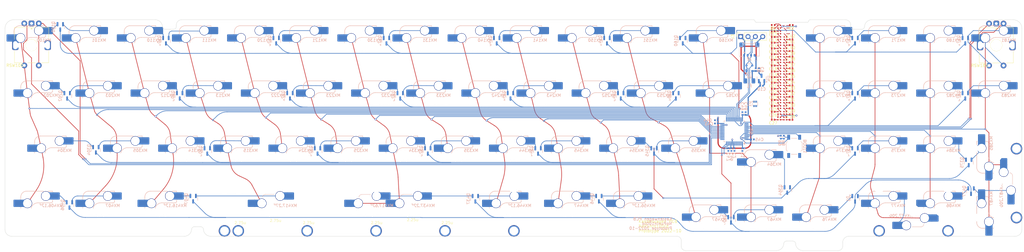
<source format=kicad_pcb>
(kicad_pcb (version 20240108) (generator "pcbnew") (generator_version "8.0")
  (layers (0 "F.Cu" signal) (31 "B.Cu" signal) (34 "B.Paste" user) (35 "F.Paste" user) (36 "B.SilkS" user "B.Silkscreen") (37 "F.SilkS" user "F.Silkscreen") (38 "B.Mask" user) (39 "F.Mask" user) (44 "Edge.Cuts" user))
  (net 0 "")
  (net 1 "BOOT0")
  (net 2 "+3V3")
  (net 3 "+5V")
  (net 4 "Net-(MX416.125-ROW)")
  (net 5 "Row0")
  (net 6 "Row1")
  (net 7 "Net-(MX100-ROW)")
  (net 8 "VBUS")
  (net 9 "Row2")
  (net 10 "Row3")
  (net 11 "Net-(MX406.125-ROW)")
  (net 14 "Net-(MX417.275-ROW)")
  (net 15 "Net-(MX417.625-ROW)")
  (net 16 "Net-(MX110-ROW)")
  (net 17 "Net-(MX111-ROW)")
  (net 18 "Net-(MX456.125-ROW)")
  (net 19 "Col0")
  (net 20 "Col1")
  (net 21 "Col2")
  (net 22 "Col3")
  (net 23 "Col4")
  (net 24 "Col5")
  (net 25 "Col6")
  (net 26 "Col7")
  (net 27 "LED-Signal-Pin")
  (net 28 "GND")
  (net 29 "Rotary0B")
  (net 30 "Rotary0A")
  (net 31 "Rotary1B")
  (net 32 "Rotary1A")
  (net 33 "D-")
  (net 34 "Net-(MX101-ROW)")
  (net 35 "Net-(MX120-ROW)")
  (net 36 "Net-(MX130-ROW)")
  (net 37 "Net-(MX121-ROW)")
  (net 38 "Net-(MX131-ROW)")
  (net 39 "Net-(MX150-ROW)")
  (net 40 "Net-(MX140-ROW)")
  (net 41 "Net-(MX151-ROW)")
  (net 42 "Net-(MX141-ROW)")
  (net 43 "Net-(MX160-ROW)")
  (net 44 "Net-(MX170-ROW)")
  (net 45 "Net-(MX180-ROW)")
  (net 46 "Net-(MX171-ROW)")
  (net 47 "Net-(MX181-ROW)")
  (net 48 "Net-(MX212-ROW)")
  (net 49 "Net-(MX202-ROW)")
  (net 50 "Net-(MX213-ROW)")
  (net 51 "Net-(MX203-ROW)")
  (net 52 "Net-(MX232-ROW)")
  (net 53 "Net-(MX222-ROW)")
  (net 54 "Net-(MX223-ROW)")
  (net 55 "Net-(MX233-ROW)")
  (net 56 "Net-(MX242-ROW)")
  (net 57 "Net-(MX252-ROW)")
  (net 58 "Net-(MX243-ROW)")
  (net 59 "Net-(MX253-ROW)")
  (net 60 "Net-(MX262-ROW)")
  (net 61 "Col10")
  (net 62 "Net-(MX282-ROW)")
  (net 63 "Net-(MX272-ROW)")
  (net 64 "Net-(MX273-ROW)")
  (net 65 "Net-(MX283-ROW)")
  (net 66 "Net-(MX304-ROW)")
  (net 67 "Net-(MX314-ROW)")
  (net 68 "Net-(MX315-ROW)")
  (net 69 "Net-(MX305-ROW)")
  (net 70 "Net-(MX334-ROW)")
  (net 71 "Net-(MX324-ROW)")
  (net 72 "Net-(MX325-ROW)")
  (net 73 "Net-(MX335-ROW)")
  (net 74 "Net-(MX344-ROW)")
  (net 75 "Net-(MX354-ROW)")
  (net 76 "Net-(MX355-ROW)")
  (net 77 "Net-(MX345-ROW)")
  (net 79 "Net-(MX364-ROW)")
  (net 80 "Net-(MX374-ROW)")
  (net 81 "Net-(MX384-ROW)")
  (net 82 "Net-(MX385-ROW)")
  (net 83 "Net-(MX375-ROW)")
  (net 84 "Net-(MX407-ROW)")
  (net 85 "Net-(MX447-ROW)")
  (net 86 "Net-(MX457-ROW)")
  (net 87 "Net-(MX467-ROW)")
  (net 88 "Net-(MX476-ROW)")
  (net 89 "Net-(MX486-ROW)")
  (net 90 "Col11")
  (net 91 "Net-(MX487-ROW)")
  (net 92 "D+")
  (net 93 "Net-(MX446.125-ROW)")
  (net 94 "Net-(R8-Pad2)")
  (net 96 "Net-(U5-NRST)")
  (net 103 "Net-(LED1-VDD)")
  (net 104 "5V")
  (net 105 "Net-(LED2-VDD)")
  (net 106 "Net-(LED3-VDD)")
  (net 107 "Net-(LED4-VDD)")
  (net 108 "Net-(LED5-VDD)")
  (net 109 "Net-(LED6-VDD)")
  (net 110 "Net-(LED7-VDD)")
  (net 111 "Net-(LED8-VDD)")
  (net 112 "Net-(LED9-VDD)")
  (net 113 "Net-(LED10-VDD)")
  (net 114 "Net-(LED11-VDD)")
  (net 115 "Net-(LED12-VDD)")
  (net 116 "Net-(LED13-VDD)")
  (net 117 "Net-(LED14-VDD)")
  (net 118 "Net-(LED15-VDD)")
  (net 119 "Net-(LED16-VDD)")
  (net 120 "LED-IN5V")
  (net 121 "Net-(LED1-DO)")
  (net 122 "Net-(LED1-DI)")
  (net 123 "Net-(LED17-VDD)")
  (net 124 "Net-(LED18-VDD)")
  (net 125 "Net-(LED19-VDD)")
  (net 126 "Net-(LED20-VDD)")
  (net 127 "Net-(LED21-VDD)")
  (net 128 "Net-(LED22-VDD)")
  (net 129 "Net-(LED23-VDD)")
  (net 130 "Net-(LED24-VDD)")
  (net 131 "Net-(LED25-VDD)")
  (net 132 "Net-(LED26-VDD)")
  (net 133 "Net-(LED27-VDD)")
  (net 134 "Net-(LED28-VDD)")
  (net 135 "Net-(LED29-VDD)")
  (net 136 "Net-(LED30-VDD)")
  (net 137 "Net-(LED31-VDD)")
  (net 138 "Net-(LED32-VDD)")
  (net 139 "Net-(LED2-DO)")
  (net 140 "Net-(LED3-DO)")
  (net 141 "Net-(LED4-DO)")
  (net 142 "Net-(LED5-DO)")
  (net 143 "Net-(LED6-DO)")
  (net 144 "Net-(LED7-DO)")
  (net 145 "Net-(LED8-DO)")
  (net 146 "Net-(LED10-DI)")
  (net 147 "Net-(LED10-DO)")
  (net 148 "Net-(LED11-DO)")
  (net 149 "Net-(LED12-DO)")
  (net 150 "Net-(LED13-DO)")
  (net 151 "Net-(LED14-DO)")
  (net 152 "Net-(LED15-DO)")
  (net 153 "Net-(LED16-DO)")
  (net 154 "Net-(LED17-DO)")
  (net 155 "Net-(LED18-DO)")
  (net 156 "Net-(LED19-DO)")
  (net 157 "Net-(LED20-DO)")
  (net 158 "Net-(LED21-DO)")
  (net 159 "Net-(LED22-DO)")
  (net 160 "Net-(LED23-DO)")
  (net 161 "Net-(LED24-DO)")
  (net 162 "Net-(LED25-DO)")
  (net 163 "Net-(LED26-DO)")
  (net 164 "Net-(LED27-DO)")
  (net 165 "Net-(LED28-DO)")
  (net 166 "Net-(LED29-DO)")
  (net 167 "Net-(LED30-DO)")
  (net 168 "Net-(LED31-DO)")
  (net 169 "Net-(LED32-DO)")
  (net 170 "Col12")
  (net 171 "Col13")
  (net 172 "Col14")
  (net 173 "Col15")
  (net 174 "Col16")
  (net 175 "Net-(MX477-ROW)")
  (net 176 "Col8")
  (net 177 "Col9")
  (footprint "PCM_marbastlib-various:ROT_Alps_EC11E-Switch" (layer "F.Cu") (at 107.15625 90.44375 180)
    (property "Reference" "RSW100")
    (property "Value" "Rotary_Encoder_Switch")
  )
  (footprint "PCM_marbastlib-various:ROT_Alps_EC11E-Switch" (layer "F.Cu") (at 440.53125 90.4875 180)
    (property "Reference" "RSW181")
    (property "Value" "Rotary_Encoder_Switch")
  )
  (footprint "Capacitor_SMD:C_0402_1005Metric" (layer "F.Cu") (at 369.616043 100.38781)
    (property "Reference" "C36")
    (property "Value" "100uF")
  )
  (footprint "Capacitor_SMD:C_0402_1005Metric" (layer "F.Cu") (at 369.616043 96.369454)
    (property "Reference" "C38")
    (property "Value" "100uF")
  )
  (footprint "TFL:LED_WS2812B_1010_Xinlight" (layer "F.Cu") (at 367.586369 109.867211 -90)
    (property "Reference" "LED21")
    (property "Value" "TF_WS2812_1010" (hide yes))
  )
  (footprint "Capacitor_SMD:C_0402_1005Metric" (layer "F.Cu") (at 363.41591 93.56456 180)
    (property "Reference" "C16")
    (property "Value" "100uF")
  )
  (footprint "TFL:LED_WS2812B_1010_Xinlight" (layer "F.Cu") (at 367.586369 99.945336 -90)
    (property "Reference" "LED26")
    (property "Value" "TF_WS2812_1010" (hide yes))
  )
  (footprint "Capacitor_SMD:C_0402_1005Metric" (layer "F.Cu") (at 363.419492 101.483212 180)
    (property "Reference" "C20")
    (property "Value" "100uF")
  )
  (footprint "Resistor_SMD:R_0402_1005Metric" (layer "F.Cu") (at 369.688752 83.492508 180)
    (property "Reference" "R2")
    (property "Value" "500")
  )
  (footprint "TFL:LED_WS2812B_1010_Xinlight" (layer "F.Cu") (at 365.533516 107.882836 90)
    (property "Reference" "LED13")
    (property "Value" "TF_WS2812_1010" (hide yes))
  )
  (footprint "TFL:LED_WS2812B_1010_Xinlight" (layer "F.Cu") (at 367.586369 92.007836 -90)
    (property "Reference" "LED30")
    (property "Value" "TF_WS2812_1010" (hide yes))
  )
  (footprint "TFL:LED_WS2812B_1010_Xinlight" (layer "F.Cu") (at 365.533516 93.992211 90)
    (property "Reference" "LED6")
    (property "Value" "TF_WS2812_1010" (hide yes))
  )
  (footprint "TFL:LED_WS2812B_1010_Xinlight" (layer "F.Cu") (at 365.533516 99.945336 90)
    (property "Reference" "LED9")
    (property "Value" "TF_WS2812_1010" (hide yes))
  )
  (footprint "TFL:LED_WS2812B_1010_Xinlight" (layer "F.Cu") (at 365.533516 88.039086 90)
    (property "Reference" "LED3")
    (property "Value" "TF_WS2812_1010" (hide yes))
  )
  (footprint "TFL:LED_WS2812B_1010_Xinlight" (layer "F.Cu") (at 367.586369 115.788211 -90)
    (property "Reference" "LED18")
    (property "Value" "TF_WS2812_1010" (hide yes))
  )
  (footprint "TFL:STAB_MX_P_2.75u_sizelabel" (layer "F.Cu") (at 190.5 147.6375 180)
    (property "Reference" "S1" (hide yes))
    (property "Value" "MX_stab 2.75")
  )
  (footprint "Connector_PinSocket_2.54mm:PinSocket_1x04_P2.54mm_Vertical" (layer "F.Cu") (at 352.196576 87.485864 90)
    (property "Reference" "J3")
    (property "Value" "Conn_01x04_Pin")
  )
  (footprint "TFL:LED_WS2812B_1010_Xinlight" (layer "F.Cu") (at 367.586369 93.992211 -90)
    (property "Reference" "LED29")
    (property "Value" "TF_WS2812_1010" (hide yes))
  )
  (footprint "Capacitor_SMD:C_0402_1005Metric" (layer "F.Cu") (at 369.616043 108.275694)
    (property "Reference" "C32")
    (property "Value" "100uF")
  )
  (footprint "TFL:LED_WS2812B_1010_Xinlight" (layer "F.Cu") (at 367.586369 97.960961 -90)
    (property "Reference" "LED27")
    (property "Value" "TF_WS2812_1010" (hide yes))
  )
  (footprint "Capacitor_SMD:C_0402_1005Metric" (layer "F.Cu") (at 369.616043 116.234668)
    (property "Reference" "C28")
    (property "Value" "100uF")
  )
  (footprint "TFL:LED_WS2812B_1010_Xinlight" (layer "F.Cu") (at 365.533516 92.007836 90)
    (property "Reference" "LED5")
    (property "Value" "TF_WS2812_1010" (hide yes))
  )
  (footprint "Capacitor_SMD:C_0402_1005Metric" (layer "F.Cu") (at 363.419492 89.594461 180)
    (property "Reference" "C14")
    (property "Value" "100uF")
  )
  (footprint "Capacitor_SMD:C_0402_1005Metric" (layer "F.Cu") (at 363.419185 113.456475 180)
    (property "Reference" "C26")
    (property "Value" "100uF")
  )
  (footprint "TFL:STAB_MX_P_2.25u_sizelabel" (layer "F.Cu") (at 238.125 147.6375 180)
    (property "Reference" "S2" (hide yes))
    (property "Value" "MX_stab 2.25")
  )
  (footprint "PCM_marbastlib-mx:STAB_MX_P_2u" (layer "F.Cu") (at 411.95625 147.6375 180)
    (property "Reference" "S4" (hide yes))
    (property "Value" "MX_stab")
  )
  (footprint "Capacitor_SMD:C_0402_1005Metric" (layer "F.Cu") (at 363.419492 84.51682 180)
    (property "Reference" "C11")
    (property "Value" "100uF")
  )
  (footprint "Capacitor_SMD:C_0402_1005Metric" (layer "F.Cu") (at 369.616043 112.29405)
    (property "Reference" "C30")
    (property "Value" "100uF")
  )
  (footprint "Capacitor_SMD:C_0402_1005Metric" (layer "F.Cu") (at 363.419492 109.371096 180)
    (property "Reference" "C24")
    (property "Value" "100uF")
  )
  (footprint "TFL:LED_WS2812B_1010_Xinlight" (layer "F.Cu") (at 365.533516 95.976586 90)
    (property "Reference" "LED7")
    (property "Value" "TF_WS2812_1010" (hide yes))
  )
  (footprint "Capacitor_SMD:C_0402_1005Metric" (layer "F.Cu") (at 369.616043 106.34093)
    (property "Reference" "C33")
    (property "Value" "100uF")
  )
  (footprint "Capacitor_SMD:C_0402_1005Metric" (layer "F.Cu") (at 363.419492 87.610086 180)
    (property "Reference" "C13")
    (property "Value" "100uF")
  )
  (footprint "TFL:LED_WS2812B_1010_Xinlight" (layer "F.Cu") (at 365.533516 97.960961 90)
    (property "Reference" "LED8")
    (property "Value" "TF_WS2812_1010" (hide yes))
  )
  (footprint "TFL:LED_WS2812B_1010_Xinlight" (layer "F.Cu") (at 367.586369 101.929711 -90)
    (property "Reference" "LED25")
    (property "Value" "TF_WS2812_1010" (hide yes))
  )
  (footprint "TFL:LED_WS2812B_1010_Xinlight" (layer "F.Cu") (at 367.586369 95.976586 -90)
    (property "Reference" "LED28")
    (property "Value" "TF_WS2812_1010" (hide yes))
  )
  (footprint "Capacitor_SMD:C_0402_1005Metric" (layer "F.Cu") (at 369.616043 110.359286)
    (property "Reference" "C31")
    (property "Value" "100uF")
  )
  (footprint "TFL:LED_WS2812B_1010_Xinlight" (layer "F.Cu") (at 365.533516 86.054711 90)
    (property "Reference" "LED2")
    (property "Value" "TF_WS2812_1010" (hide yes))
  )
  (footprint "Capacitor_SMD:C_0402_1005Metric" (layer "F.Cu") (at 369.616043 90.416334)
    (property "Reference" "C41")
    (property "Value" "100uF")
  )
  (footprint "TFL:LED_WS2812B_1010_Xinlight" (layer "F.Cu") (at 365.533516 109.867211 90)
    (property "Reference" "LED14")
    (property "Value" "TF_WS2812_1010" (hide yes))
  )
  (footprint "TFL:LED_WS2812B_1010_Xinlight" (layer "F.Cu") (at 367.586369 113.835961 -90)
    (property "Reference" "LED19")
    (property "Value" "TF_WS2812_1010" (hide yes))
  )
  (footprint "TFL:LED_WS2812B_1010_Xinlight" (layer "F.Cu") (at 365.533516 101.929711 90)
    (property "Reference" "LED10")
    (property "Value" "TF_WS2812_1010" (hide yes))
  )
  (footprint "Capacitor_SMD:C_0402_1005Metric" (layer "F.Cu") (at 363.419492 105.501568 180)
    (property "Reference" "C22")
    (property "Value" "100uF")
  )
  (footprint "TFL:LED_WS2812B_1010_Xinlight" (layer "F.Cu") (at 367.681279 88.039086 -90)
    (property "Reference" "LED32")
    (property "Value" "TF_WS2812_1010" (hide yes))
  )
  (footprint "Capacitor_SMD:C_0402_1005Metric" (layer "F.Cu") (at 363.419492 107.436332 180)
    (property "Reference" "C23")
    (property "Value" "100uF")
  )
  (footprint "TFL:LED_WS2812B_1010_Xinlight" (layer "F.Cu") (at 367.586369 103.914086 -90)
    (property "Reference" "LED24")
    (property "Value" "TF_WS2812_1010" (hide yes))
  )
  (footprint "TFL:LED_WS2812B_1010_Xinlight" (layer "F.Cu") (at 365.503084 115.788211 180)
    (property "Reference" "LED17")
    (property "Value" "TF_WS2812_1010" (hide yes))
  )
  (footprint "PCM_marbastlib-mx:STAB_MX_P_2u" (layer "F.Cu") (at 440.53125 138.1125 -90)
    (property "Reference" "S5" (hide yes))
    (property "Value" "MX_stab")
  )
  (footprint "Capacitor_SMD:C_0402_1005Metric" (layer "F.Cu") (at 369.616043 92.499926)
    (property "Reference" "C40")
    (property "Value" "100uF")
  )
  (footprint "Capacitor_SMD:C_0402_1005Metric" (layer "F.Cu") (at 369.616043 94.43469)
    (property "Reference" "C39")
    (property "Value" "100uF")
  )
  (footprint "Capacitor_SMD:C_0402_1005Metric" (layer "F.Cu") (at 363.419492 97.464856 180)
    (property "Reference" "C18")
    (property "Value" "100uF")
  )
  (footprint "PCM_marbastlib-mx:STAB_MX_P_6.25u" (layer "F.Cu") (at 223.8375 147.6375 180)
    (property "Reference" "S3" (hide yes))
    (property "Value" "MX_stab 6.25")
  )
  (footprint "Capacitor_SMD:C_0402_1005Metric" (layer "F.Cu") (at 369.616043 114.377642)
    (property "Reference" "C29")
    (property "Value" "100uF")
  )
  (footprint "Capacitor_SMD:C_0402_1005Metric" (layer "F.Cu") (at 363.419185 116.185086 180)
    (property "Reference" "C27")
    (property "Value" "100uF")
  )
  (footprint "TFL:LED_WS2812B_1010_Xinlight" (layer "F.Cu") (at 365.533516 113.835961 90)
    (property "Reference" "LED16")
    (property "Value" "TF_WS2812_1010" (hide yes))
  )
  (footprint "TFL:LED_WS2812B_1010_Xinlight" (layer "F.Cu") (at 367.586369 107.882836 -90)
    (property "Reference" "LED22")
    (property "Value" "TF_WS2812_1010" (hide yes))
  )
  (footprint "Capacitor_SMD:C_0402_1005Metric" (layer "F.Cu") (at 363.419492 111.454688 180)
    (property "Reference" "C25")
    (property "Value" "100uF")
  )
  (footprint "Capacitor_SMD:C_0402_1005Metric" (layer "F.Cu") (at 369.616043 102.322574)
    (property "Reference" "C35")
    (property "Value" "100uF")
  )
  (footprint "Capacitor_SMD:C_0402_1005Metric" (layer "F.Cu") (at 363.419492 99.548448 180)
    (property "Reference" "C19")
    (property "Value" "100uF")
  )
  (footprint "TFL:LED_WS2812B_1010_Xinlight" (layer "F.Cu") (at 365.503084 84.070336 90)
    (property "Reference" "LED1")
    (property "Value" "TF_WS2812_1010" (hide yes))
  )
  (footprint "Capacitor_SMD:C_0402_1005Metric" (layer "F.Cu") (at 369.616043 88.48157)
    (property "Reference" "C42")
    (property "Value" "100uF")
  )
  (footprint "TFL:LED_WS2812B_1010_Xinlight" (layer "F.Cu") (at 365.533516 105.898461 90)
    (property "Reference" "LED12")
    (property "Value" "TF_WS2812_1010" (hide yes))
  )
  (footprint "Resistor_SMD:R_0402_1005Metric" (layer "F.Cu") (at 363.437976 83.475024 180)
    (property "Reference" "R1")
    (property "Value" "500")
  )
  (footprint "Capacitor_SMD:C_0402_1005Metric" (layer "F.Cu") (at 363.419492 103.417976 180)
    (property "Reference" "C21")
    (property "Value" "100uF")
  )
  (footprint "Capacitor_SMD:C_0402_1005Metric" (layer "F.Cu") (at 369.616043 98.453046)
    (property "Reference" "C37")
    (property "Value" "100uF")
  )
  (footprint "TFL:LED_WS2812B_1010_Xinlight" (layer "F.Cu") (at 367.586369 105.898461 -90)
    (property "Reference" "LED23")
    (property "Value" "TF_WS2812_1010" (hide yes))
  )
  (footprint "Capacitor_SMD:C_0402_1005Metric" (layer "F.Cu") (at 363.411788 91.586113 180)
    (property "Reference" "C15")
    (property "Value" "100uF")
  )
  (footprint "TFL:LED_WS2812B_1010_Xinlight" (layer "F.Cu") (at 365.533516 90.023461 90)
    (property "Reference" "LED4")
    (property "Value" "TF_WS2812_1010" (hide yes))
  )
  (footprint "TFL:LED_WS2812B_1010_Xinlight" (layer "F.Cu") (at 365.533516 111.851586 90)
    (property "Reference" "LED15")
    (property "Value" "TF_WS2812_1010" (hide yes))
  )
  (footprint "TFL:LED_WS2812B_1010_Xinlight" (layer "F.Cu") (at 367.586369 111.851586 -90)
    (property "Reference" "LED20")
    (property "Value" "TF_WS2812_1010" (hide yes))
  )
  (footprint "TFL:LED_WS2812B_1010_Xinlight" (layer "F.Cu") (at 367.586369 90.023461 -90)
    (property "Reference" "LED31")
    (property "Value" "TF_WS2812_1010" (hide yes))
  )
  (footprint "Capacitor_SMD:C_0402_1005Metric" (layer "F.Cu") (at 369.616043 104.406166)
    (property "Reference" "C34")
    (property "Value" "100uF")
  )
  (footprint "Capacitor_SMD:C_0402_1005Metric" (layer "F.Cu") (at 363.419492 85.625711 180)
    (property "Reference" "C12")
    (property "Value" "100uF")
  )
  (footprint "TFL:LED_WS2812B_1010_Xinlight" (layer "F.Cu") (at 365.533516 103.914086 90)
    (property "Reference" "LED11")
    (property "Value" "TF_WS2812_1010" (hide yes))
  )
  (footprint "Capacitor_SMD:C_0402_1005Metric" (layer "F.Cu") (at 363.419492 95.530092 180)
    (property "Reference" "C17")
    (property "Value" "100uF")
  )
  (footprint "Package_TO_SOT_SMD:SOT-23" (layer "B.Cu") (at 117.078125 84.1375 -90)
    (property "Reference" "D100")
    (property "Value" "BAV70")
  )
  (footprint "Package_TO_SOT_SMD:SOT-23" (layer "B.Cu") (at 153.590625 88.9 -90)
    (property "Reference" "D101")
    (property "Value" "BAV70")
  )
  (footprint "Package_TO_SOT_SMD:SOT-23" (layer "B.Cu") (at 191.690625 88.9 -90)
    (property "Reference" "D120")
    (property "Value" "BAV70")
  )
  (footprint "Package_TO_SOT_SMD:SOT-23" (layer "B.Cu") (at 229.790625 88.9 -90)
    (property "Reference" "D121")
    (property "Value" "BAV70")
  )
  (footprint "Package_TO_SOT_SMD:SOT-23" (layer "B.Cu") (at 267.890625 88.9 -90)
    (property "Reference" "D140")
    (property "Value" "BAV70")
  )
  (footprint "Package_TO_SOT_SMD:SOT-23" (layer "B.Cu") (at 305.990625 88.9 -90)
    (property "Reference" "D141")
    (property "Value" "BAV70")
  )
  (footprint "Package_TO_SOT_SMD:SOT-23" (layer "B.Cu") (at 332.184375 88.9 -90)
    (property "Reference" "D160")
    (property "Value" "BAV70")
  )
  (footprint "Package_TO_SOT_SMD:SOT-23" (layer "B.Cu") (at 391.715625 88.9 -90)
    (property "Reference" "D170")
    (property "Value" "BAV70")
  )
  (footprint "Package_TO_SOT_SMD:SOT-23" (layer "B.Cu") (at 429.815625 88.9 -90)
    (property "Reference" "D171")
    (property "Value" "BAV70")
  )
  (footprint "Package_TO_SOT_SMD:SOT-23" (layer "B.Cu") (at 119.459375 107.95 -90)
    (property "Reference" "D202")
    (property "Value" "BAV70")
  )
  (footprint "Package_TO_SOT_SMD:SOT-23" (layer "B.Cu") (at 158.353125 107.95 -90)
    (property "Reference" "D203")
    (property "Value" "BAV70")
  )
  (footprint "Package_TO_SOT_SMD:SOT-23" (layer "B.Cu") (at 196.453125 107.95 -90)
    (property "Reference" "D222")
    (property "Value" "BAV70")
  )
  (footprint "Package_TO_SOT_SMD:SOT-23" (layer "B.Cu") (at 234.553125 107.95 -90)
    (property "Reference" "D223")
    (property "Value" "BAV70")
  )
  (footprint "Package_TO_SOT_SMD:SOT-23" (layer "B.Cu") (at 272.653125 107.95 -90)
    (property "Reference" "D242")
    (property "Value" "BAV70")
  )
  (footprint "Package_TO_SOT_SMD:SOT-23" (layer "B.Cu") (at 310.753125 107.95 -90)
    (property "Reference" "D243")
    (property "Value" "BAV70")
  )
  (footprint "Package_TO_SOT_SMD:SOT-23" (layer "B.Cu") (at 329.803125 107.95 -90)
    (property "Reference" "D262")
    (property "Value" "BAV70")
  )
  (footprint "Package_TO_SOT_SMD:SOT-23" (layer "B.Cu") (at 391.715625 107.95 -90)
    (property "Reference" "D272")
    (property "Value" "BAV70")
  )
  (footprint "Package_TO_SOT_SMD:SOT-23" (layer "B.Cu") (at 429.815625 107.95 -90)
    (property "Reference" "D273")
    (property "Value" "BAV70")
  )
  (footprint "Package_TO_SOT_SMD:SOT-23" (layer "B.Cu") (at 129.38125 126.603125 -90)
    (property "Reference" "D304")
    (property "Value" "BAV70")
  )
  (footprint "Package_TO_SOT_SMD:SOT-23" (layer "B.Cu") (at 167.878125 127 -90)
    (property "Reference" "D305")
    (property "Value" "BAV70")
  )
  (footprint "Package_TO_SOT_SMD:SOT-23" (layer "B.Cu") (at 205.978125 127 -90)
    (property "Reference" "D324")
    (property "Value" "BAV70")
  )
  (footprint "Package_TO_SOT_SMD:SOT-23" (layer "B.Cu") (at 244.078125 127 -90)
    (property "Reference" "D325")
    (property "Value" "BAV70")
  )
  (footprint "Package_TO_SOT_SMD:SOT-23" (layer "B.Cu") (at 282.178125 127 -90)
    (property "Reference" "D344")
    (property "Value" "BAV70")
  )
  (footprint "Package_TO_SOT_SMD:SOT-23" (layer "B.Cu") (at 322.2625 127 -90)
    (property "Reference" "D345")
    (property "Value" "BAV70")
  )
  (footprint "Package_TO_SOT_SMD:SOT-23" (layer "B.Cu") (at 368.3 140.49375 -90)
    (property "Reference" "D364")
    (property "Value" "BAV70")
  )
  (footprint "Package_TO_SOT_SMD:SOT-23" (layer "B.Cu") (at 391.715625 127 -90)
    (property "Reference" "D374")
    (property "Value" "BAV70")
  )
  (footprint "Package_TO_SOT_SMD:SOT-23" (layer "B.Cu") (at 431.00625 130.96875 -90)
    (property "Reference" "D375")
    (property "Value" "BAV70")
  )
  (footprint "Package_TO_SOT_SMD:SOT-23" (layer "B.Cu") (at 120.253125 145.653125 -90)
    (property "Reference" "D406")
    (property "Value" "BAV70")
  )
  (footprint "Package_TO_SOT_SMD:SOT-23" (layer "B.Cu") (at 162.994355 143.481133 -90)
    (property "Reference" "D407")
    (property "Value" "BAV70")
  )
  (footprint "Package_TO_SOT_SMD:SOT-23" (layer "B.Cu") (at 260.511882 143.518259 -90)
    (property "Reference" "D437")
    (property "Value" "BAV70")
  )
  (footprint "Package_TO_SOT_SMD:SOT-23" (layer "B.Cu") (at 303.20155 143.495815 -90)
    (property "Reference" "D446")
    (property "Value" "BAV70")
  )
  (footprint "Package_TO_SOT_SMD:SOT-23" (layer "B.Cu") (at 348.853125 150.8125 -90)
    (property "Reference" "D457")
    (property "Value" "BAV70")
  )
  (footprint "Package_TO_SOT_SMD:SOT-23" (layer "B.Cu") (at 431.8 140.890625 -90)
    (property "Reference" "D477")
    (property "Value" "BAV70")
  )
  (footprint "TFL:SW_MX_HS_CPG151101S11_1u+3d" (layer "B.Cu") (at 126.206144 90.487424 180)
    (property "Reference" "MX101")
    (property "Value" "MX-NoLED")
  )
  (footprint "TFL:SW_MX_HS_CPG151101S11_1u+3d" (layer "B.Cu") (at 145.25625 90.4875 180)
    (property "Reference" "MX110")
    (property "Value" "MX-NoLED")
  )
  (footprint "TFL:SW_MX_HS_CPG151101S11_1u+3d" (layer "B.Cu") (at 164.30625 90.4875 180)
    (property "Reference" "MX111")
    (property "Value" "MX-NoLED")
  )
  (footprint "TFL:SW_MX_HS_CPG151101S11_1u+3d" (layer "B.Cu") (at 183.35625 90.4875 180)
    (property "Reference" "MX120")
    (property "Value" "MX-NoLED")
  )
  (footprint "TFL:SW_MX_HS_CPG151101S11_1u+3d" (layer "B.Cu") (at 202.40625 90.4875 180)
    (property "Reference" "MX121")
    (property "Value" "MX-NoLED")
  )
  (footprint "TFL:SW_MX_HS_CPG151101S11_1u+3d" (layer "B.Cu") (at 221.45625 90.4875 180)
    (property "Reference" "MX130")
    (property "Value" "MX-NoLED")
  )
  (footprint "TFL:SW_MX_HS_CPG151101S11_1u+3d" (layer "B.Cu") (at 240.50625 90.4875 180)
    (property "Reference" "MX131")
    (property "Value" "MX-NoLED")
  )
  (footprint "TFL:SW_MX_HS_CPG151101S11_1u+3d" (layer "B.Cu") (at 259.55625 90.4875 180)
    (property "Reference" "MX140")
    (property "Value" "MX-NoLED")
  )
  (footprint "TFL:SW_MX_HS_CPG151101S11_1u+3d" (layer "B.Cu") (at 278.60625 90.4875 180)
    (property "Reference" "MX141")
    (property "Value" "MX-NoLED")
  )
  (footprint "TFL:SW_MX_HS_CPG151101S11_1u+3d" (layer "B.Cu") (at 297.65625 90.4875 180)
    (property "Reference" "MX150")
    (property "Value" "MX-NoLED")
  )
  (footprint "TFL:SW_MX_HS_CPG151101S11_1u+3d" (layer "B.Cu") (at 316.70625 90.4875 180)
    (property "Reference" "MX151")
    (property "Value" "MX-NoLED")
  )
  (footprint "TFL:SW_MX_HS_CPG151101S11_1.75u+3d" (layer "B.Cu") (at 342.9 90.4875 180)
    (property "Reference" "MX160")
    (property "Value" "MX-NoLED")
  )
  (footprint "TFL:SW_MX_HS_CPG151101S11_1u+3d" (layer "B.Cu") (at 383.38125 90.4875 180)
    (property "Reference" "MX170")
    (property "Value" "MX-NoLED")
  )
  (footprint "TFL:SW_MX_HS_CPG151101S11_1u+3d" (layer "B.Cu") (at 402.43125 90.4875 180)
    (property "Reference" "MX171")
    (property "Value" "MX-NoLED")
  )
  (footprint "TFL:SW_MX_HS_CPG151101S11_1u+3d" (layer "B.Cu") (at 421.48125 90.4875 180)
    (property "Reference" "MX180")
    (property "Value" "MX-NoLED")
  )
  (footprint "TFL:SW_MX_HS_CPG151101S11_1u+3d" (layer "B.Cu") (at 440.53125 90.4875 180)
    (property "Reference" "MX181")
    (property "Value" "MX-NoLED")
  )
  (footprint "TFL:SW_MX_HS_CPG151101S11_1.25u+3d" (layer "B.Cu") (at 109.5375 109.5375 180)
    (property "Reference" "MX202")
    (property "Value" "MX-NoLED")
  )
  (footprint "TFL:SW_MX_HS_CPG151101S11_1u+3d" (layer "B.Cu") (at 130.96875 109.5375 180)
    (property "Reference" "MX203")
    (property "Value" "MX-NoLED")
  )
  (footprint "TFL:SW_MX_HS_CPG151101S11_1u+3d" (layer "B.Cu") (at 150.01875 109.5375 180)
    (property "Reference" "MX212")
    (property "Value" "MX-NoLED")
  )
  (footprint "TFL:SW_MX_HS_CPG151101S11_1u+3d" (layer "B.Cu") (at 169.06875 109.5375 180)
    (property "Reference" "MX213")
    (property "Value" "MX-NoLED")
  )
  (footprint "TFL:SW_MX_HS_CPG151101S11_1u+3d" (layer "B.Cu") (at 188.11875 109.5375 180)
    (property "Reference" "MX222")
    (property "Value" "MX-NoLED")
  )
  (footprint "TFL:SW_MX_HS_CPG151101S11_1u+3d" (layer "B.Cu") (at 207.16875 109.5375 180)
    (property "Reference" "MX223")
    (property "Value" "MX-NoLED")
  )
  (footprint "TFL:SW_MX_HS_CPG151101S11_1u+3d" (layer "B.Cu") (at 226.21875 109.5375 180)
    (property "Reference" "MX232")
    (property "Value" "MX-NoLED")
  )
  (footprint "TFL:SW_MX_HS_CPG151101S11_1u+3d" (layer "B.Cu") (at 245.26875 109.5375 180)
    (property "Reference" "MX233")
    (property "Value" "MX-NoLED")
  )
  (footprint "TFL:SW_MX_HS_CPG151101S11_1u+3d" (layer "B.Cu") (at 264.31875 109.5375 180)
    (property "Reference" "MX242")
    (property "Value" "MX-NoLED")
  )
  (footprint "TFL:SW_MX_HS_CPG151101S11_1u+3d" (layer "B.Cu") (at 283.36875 109.5375 180)
    (property "Reference" "MX243")
    (property "Value" "MX-NoLED")
  )
  (footprint "TFL:SW_MX_HS_CPG151101S11_1u+3d" (layer "B.Cu") (at 302.41875 109.5375 180)
    (property "Reference" "MX252")
    (property "Value" "MX-NoLED")
  )
  (footprint "TFL:SW_MX_HS_CPG151101S11_1u+3d" (layer "B.Cu") (at 321.46875 109.5375 180)
    (property "Reference" "MX253")
    (property "Value" "MX-NoLED")
  )
  (footprint "TFL:SW_MX_HS_CPG151101S11_1.5u_+3d" (layer "B.Cu") (at 345.28125 109.5375 180)
    (property "Reference" "MX262")
    (property "Value" "MX-NoLED")
  )
  (footprint "TFL:SW_MX_HS_CPG151101S11_1u+3d" (layer "B.Cu") (at 383.38125 109.5375 180)
    (property "Reference" "MX272")
    (property "Value" "MX-NoLED")
  )
  (footprint "TFL:SW_MX_HS_CPG151101S11_1u+3d" (layer "B.Cu") (at 402.43125 109.5375 180)
    (property "Reference" "MX273")
    (property "Value" "MX-NoLED")
  )
  (footprint "TFL:SW_MX_HS_CPG151101S11_1u+3d" (layer "B.Cu") (at 421.48125 109.5375 180)
    (property "Reference" "MX282")
    (property "Value" "MX-NoLED")
  )
  (footprint "TFL:SW_MX_HS_CPG151101S11_1u+3d" (layer "B.Cu") (at 440.53125 109.5375 180)
    (property "Reference" "MX283")
    (property "Value" "MX-NoLED")
  )
  (footprint "TFL:SW_MX_HS_CPG151101S11_1.75u+3d" (layer "B.Cu") (at 114.3 128.5875 180)
    (property "Reference" "MX304")
    (property "Value" "MX-NoLED")
  )
  (footprint "TFL:SW_MX_HS_CPG151101S11_1u+3d" (layer "B.Cu") (at 140.49375 128.5875 180)
    (property "Reference" "MX305")
    (property "Value" "MX-NoLED")
  )
  (footprint "TFL:SW_MX_HS_CPG151101S11_1u+3d" (layer "B.Cu") (at 159.54375 128.5875 180)
    (property "Reference" "MX314")
    (property "Value" "MX-NoLED")
  )
  (footprint "TFL:SW_MX_HS_CPG151101S11_1u+3d" (layer "B.Cu") (at 178.59375 128.5875 180)
    (property "Reference" "MX315")
    (property "Value" "MX-NoLED")
  )
  (footprint "TFL:SW_MX_HS_CPG151101S11_1u+3d" (layer "B.Cu") (at 197.64375 128.5875 180)
    (property "Reference" "MX324")
    (property "Value" "MX-NoLED")
  )
  (footprint "TFL:SW_MX_HS_CPG151101S11_1u+3d" (layer "B.Cu") (at 216.69375 128.5875 180)
    (property "Reference" "MX325")
    (property "Value" "MX-NoLED")
  )
  (footprint "TFL:SW_MX_HS_CPG151101S11_1u+3d" (layer "B.Cu") (at 235.74375 128.5875 180)
    (property "Reference" "MX334")
    (property "Value" "MX-NoLED")
  )
  (footprint "TFL:SW_MX_HS_CPG151101S11_1u+3d" (layer "B.Cu") (at 254.79375 128.5875 180)
    (property "Reference" "MX335")
    (property "Value" "MX-NoLED")
  )
  (footprint "TFL:SW_MX_HS_CPG151101S11_1u+3d" (layer "B.Cu") (at 273.84375 128.5875 180)
    (property "Reference" "MX344")
    (property "Value" "MX-NoLED")
  )
  (footprint "TFL:SW_MX_HS_CPG151101S11_1u+3d" (layer "B.Cu") (at 292.89375 128.5875 180)
    (property "Reference" "MX345")
    (property "Value" "MX-NoLED")
  )
  (footprint "TFL:SW_MX_HS_CPG151101S11_1u+3d" (layer "B.Cu") (at 311.94375 128.5875 180)
    (property "Reference" "MX354")
    (property "Value" "MX-NoLED")
  )
  (footprint "TFL:SW_MX_HS_CPG151101S11_1.25u+3d" (layer "B.Cu") (at 333.375 128.5875 180)
    (property "Reference" "MX355")
    (property "Value" "MX-NoLED")
  )
  (footprint "TFL:SW_MX_HS_CPG151101S11_1u+3d" (layer "B.Cu") (at 359.56875 133.35 180)
    (property "Reference" "MX364")
    (property "Value" "MX-NoLED")
  )
  (footprint "TFL:SW_MX_HS_CPG151101S11_1u+3d" (layer "B.Cu") (at 383.38125 128.5875 180)
    (property "Reference" "MX374")
    (property "Value" "MX-NoLED")
  )
  (footprint "TFL:SW_MX_HS_CPG151101S11_1u+3d" (layer "B.Cu") (at 402.43125 128.5875 180)
    (property "Reference" "MX375")
    (property "Value" "MX-NoLED")
  )
  (footprint "TFL:SW_MX_HS_CPG151101S11_1u+3d" (layer "B.Cu") (at 421.48125 128.5875 180)
    (property "Reference" "MX384")
    (property "Value" "MX-NoLED")
  )
  (footprint "TFL:SW_MX_HS_CPG151101S11_1u+3d" (layer "B.Cu") (at 440.53125 128.5875 -90)
    (property "Reference" "MX385")
    (property "Value" "MX-NoLED")
  )
  (footprint "TFL:SW_MX_HS_CPG151101S11_1u+3d" (layer "B.Cu") (at 292.89375 147.6375 180)
    (property "Reference" "MX447")
    (property "Value" "MX-NoLED")
  )
  (footprint "TFL:SW_MX_HS_CPG151101S11_1u+3d" (layer "B.Cu") (at 340.51875 152.4 180)
    (property "Reference" "MX457")
    (property "Value" "MX-NoLED")
  )
  (footprint "TFL:SW_MX_HS_CPG151101S11_1u+3d" (layer "B.Cu") (at 359.56875 152.4 180)
    (property "Reference" "MX467")
    (property "Value" "MX-NoLED")
  )
  (footprint "TFL:SW_MX_HS_CPG151101S11_1u+3d" (layer "B.Cu") (at 378.61875 152.4 180)
    (property "Reference" "MX476")
    (property "Value" "MX-NoLED")
  )
  (footprint "TFL:SW_MX_HS_CPG151101S11_1u+3d" (layer "B.Cu") (at 402.43125 147.6375 180)
    (property "Reference" "MX477")
    (property "Value" "MX-NoLED")
  )
  (footprint "PCM_marbastlib-mx:SW_MX_HS_S_CPG151101S11_1u" (layer "B.Cu") (at 411.95625 147.6375)
    (property "Reference" "MX477.200")
    (property "Value" "MX-NoLED")
  )
  (footprint "TFL:SW_MX_HS_CPG151101S11_1u+3d" (layer "B.Cu") (at 421.48125 147.6375 180)
    (property "Reference" "MX486")
    (property "Value" "MX-NoLED")
  )
  (footprint "TFL:SW_MX_HS_CPG151101S11_1u+3d" (layer "B.Cu") (at 440.53125 147.6375 -90)
    (property "Reference" "MX487")
    (property "Value" "MX-NoLED")
  )
  (footprint "PCM_marbastlib-mx:SW_MX_HS_S_CPG151101S11_1u" (layer "B.Cu") (at 440.53125 138.1125 90)
    (property "Reference" "MX487.200")
    (property "Value" "MX-NoLED")
  )
  (footprint "TFL:SW_MX_HS_CPG151101S11_1u+3d" (layer "B.Cu") (at 107.15625 90.4875 180)
    (property "Reference" "MX100")
    (property "Value" "MX-NoLED")
  )
  (footprint "Capacitor_SMD:C_0402_1005Metric" (layer "B.Cu") (at 357.414319 98.895434 90)
    (property "Reference" "C8")
    (property "Value" "100nF")
  )
  (footprint "Capacitor_SMD:C_0402_1005Metric" (layer "B.Cu") (at 349.00166 126.503801 90)
    (property "Reference" "C46")
    (property "Value" "10nF")
  )
  (footprint "Package_TO_SOT_SMD:SOT-563" (layer "B.Cu") (at 357.1875 110.728125 -90)
    (property "Reference" "U1")
    (property "Value" "SN74LVC1T45DRL")
  )
  (footprint "Capacitor_SMD:C_0402_1005Metric" (layer "B.Cu") (at 352.792593 126.520913 90)
    (property "Reference" "C1")
    (property "Value" "100nF")
  )
  (footprint "TFL:SW_MX_HS_CPG151101S11_1.25u+3d" (layer "B.Cu") (at 109.5375 147.6375 180)
    (property "Reference" "MX406.125")
    (property "Value" "MX-NoLED")
  )
  (footprint "Capacitor_SMD:C_0402_1005Metric" (layer "B.Cu") (at 343.79268 116.383497)
    (property "Reference" "C44")
    (property "Value" "4.7uF")
  )
  (footprint "TFL:SW_MX_HS_CPG151101S11_1u+3d" (layer "B.Cu") (at 130.96875 147.6375 180)
    (property "Reference" "MX407")
    (property "Value" "MX-NoLED")
  )
  (footprint "Capacitor_SMD:C_0402_1005Metric" (layer "B.Cu") (at 358.526652 98.895434 90)
    (property "Reference" "C9")
    (property "Value" "1uF")
  )
  (footprint "Capacitor_SMD:C_0402_1005Metric" (layer "B.Cu") (at 359.41962 104.477256)
    (property "Reference" "C10")
    (property "Value" "1uF")
  )
  (footprint "Fuse:Fuse_1206_3216Metric" (layer "B.Cu") (at 355.203125 102.790625)
    (property "Reference" "F1")
    (property "Value" "500mA")
  )
  (footprint "TFL:SW_MX_HS_CPG151101S11_1.25u+3d" (layer "B.Cu") (at 152.4 147.6375 180)
    (property "Reference" "MX416.125")
    (property "Value" "MX-NoLED")
  )
  (footprint "Capacitor_SMD:C_0402_1005Metric" (layer "B.Cu") (at 356.280739 123.003944 180)
    (property "Reference" "C45")
    (property "Value" "100nF")
  )
  (footprint "TFL:SW_MX_HS_CPG151101S11_1.25u+3d" (layer "B.Cu") (at 314.325 147.6375 180)
    (property "Reference" "MX456.125")
    (property "Value" "MX-NoLED")
  )
  (footprint "Package_TO_SOT_SMD:SOT-143" (layer "B.Cu") (at 355.203125 98.425)
    (property "Reference" "U2")
    (property "Value" "PRTR5V0U2X")
  )
  (footprint "Capacitor_SMD:C_0402_1005Metric" (layer "B.Cu") (at 353.900545 114.059073 -90)
    (property "Reference" "C48")
    (property "Value" "100nF")
  )
  (footprint "PCM_marbastlib-mx:SW_MX_HS_S_CPG151101S11_1u" (layer "B.Cu") (at 223.8375 147.6375 180)
    (property "Reference" "MX417.625")
    (property "Value" "MX-NoLED")
  )
  (footprint "Capacitor_SMD:C_0402_1005Metric" (layer "B.Cu") (at 352.792683 114.059073 -90)
    (property "Reference" "C49")
    (property "Value" "4.7uF")
  )
  (footprint "Resistor_SMD:R_0402_1005Metric" (layer "B.Cu") (at 367.109375 122.2375 -90)
    (property "Reference" "R8")
    (property "Value" "5.1k")
  )
  (footprint "TFL:SW_MX_HS_CPG151101S11_1.25u+3d" (layer "B.Cu") (at 271.4625 147.6375 180)
    (property "Reference" "MX446.125")
    (property "Value" "MX-NoLED")
  )
  (footprint "PCM_marbastlib-various:Molex_Pico-EZmate_78171-0004_1x04-1MP_P1.20mm_Vertical" (layer "B.Cu") (at 355.203125 92.075)
    (property "Reference" "J2")
    (property "Value" "X1224WRS-04-LPV01")
  )
  (footprint "Resistor_SMD:R_0402_1005Metric" (layer "B.Cu") (at 366.063259 122.2375 90)
    (property "Reference" "R9")
    (property "Value" "5.1k")
  )
  (footprint "Capacitor_SMD:C_0402_1005Metric" (layer "B.Cu") (at 347.959864 126.503801 90)
    (property "Reference" "C47")
    (property "Value" "1uF")
  )
  (footprint "Button_Switch_SMD:SW_SPST_TL3342" (layer "B.Cu") (at 370.68125 125.4125 90)
    (property "Reference" "BOOT1")
    (property "Value" "SW_SPST")
  )
  (footprint "Capacitor_SMD:C_0402_1005Metric" (layer "B.Cu") (at 343.796364 117.50768)
    (property "Reference" "C43")
    (property "Value" "100nF")
  )
  (footprint "Package_TO_SOT_SMD:SOT-23" (layer "B.Cu") (at 359.41962 101.94718 90)
    (property "Reference" "U4")
    (property "Value" "XC6206PxxxMR-Regulator_Linear")
  )
  (footprint "PCM_marbastlib-mx:SW_MX_HS_S_CPG151101S11_1u" (layer "B.Cu") (at 238.125 147.6375 180)
    (property "Reference" "MX437.225")
    (property "Value" "MX-NoLED")
  )
  (footprint "Package_QFP:LQFP-48_7x7mm_P0.5mm" (layer "B.Cu") (at 350.04375 120.253125 90)
    (property "Reference" "U5")
    (property "Value" "STM32F072CBT6")
  )
  (footprint "Package_TO_SOT_SMD:SOT-23" (layer "B.Cu") (at 391.729716 143.528584 -90)
    (property "Reference" "D1")
    (property "Value" "BAV70")
  )
  (footprint "PCM_marbastlib-mx:SW_MX_HS_S_CPG151101S11_1u" (layer "B.Cu") (at 190.5 147.6375 180)
    (property "Reference" "MX417.275")
    (property "Value" "MX-NoLED")
  )
  (footprint "Capacitor_SMD:C_0402_1005Metric" (layer "B.Cu") (at 350.043456 126.503801 -90)
    (property "Reference" "C2")
    (property "Value" "100nF")
  )
  (gr_arc (start 97.981168 84.668386) (mid 98.859842 82.54705) (end 100.981168 81.668386) (stroke (width 0.1)) (layer "Edge.Cuts"))
  (gr_line (start 163.461099 153.168228) (end 165.561099 153.168228) (stroke (width 0.1)) (layer "Edge.Cuts"))
  (gr_arc (start 169.05538 156.468228) (mid 167.338887 155.785793) (end 166.559465 154.111085) (stroke (width 0.1)) (layer "Edge.Cuts"))
  (gr_arc (start 357.649728 82.568386) (mid 357.314317 82.439196) (end 357.152234 82.118386) (stroke (width 0.1)) (layer "Edge.Cuts"))
  (gr_arc (start 162.462733 154.111085) (mid 162.774508 153.44123) (end 163.461099 153.168228) (stroke (width 0.1)) (layer "Edge.Cuts"))
  (gr_arc (start 375.688472 82.118386) (mid 375.526388 82.439196) (end 375.190978 82.568386) (stroke (width 0.1)) (layer "Edge.Cuts"))
  (gr_arc (start 330.153927 156.468228) (mid 331.215719 156.908037) (end 331.655528 157.969829) (stroke (width 0.1)) (layer "Edge.Cuts"))
  (gr_line (start 100.281168 156.468228) (end 159.966818 156.468228) (stroke (width 0.1)) (layer "Edge.Cuts"))
  (gr_arc (start 157.192621 83.968386) (mid 156.899726 84.675496) (end 156.192621 84.968386) (stroke (width 0.1)) (layer "Edge.Cuts"))
  (gr_arc (start 162.462733 154.111085) (mid 161.683351 155.785839) (end 159.966818 156.468228) (stroke (width 0.1)) (layer "Edge.Cuts"))
  (gr_arc (start 370.185635 158.121212) (mid 370.872242 158.394183) (end 371.184001 159.064069) (stroke (width 0.1)) (layer "Edge.Cuts"))
  (gr_line (start 368.085635 158.121212) (end 370.185635 158.121212) (stroke (width 0.1)) (layer "Edge.Cuts"))
  (gr_arc (start 157.192621 83.468386) (mid 157.719827 82.195597) (end 158.992621 81.668386) (stroke (width 0.1)) (layer "Edge.Cuts"))
  (gr_line (start 373.679916 161.421212) (end 385.943148 161.421212) (stroke (width 0.1)) (layer "Edge.Cuts"))
  (gr_arc (start 446.386398 81.668386) (mid 448.507719 82.547065) (end 449.386398 84.668386) (stroke (width 0.1)) (layer "Edge.Cuts"))
  (gr_line (start 446.386398 81.668386) (end 397.492363 81.668386) (stroke (width 0.1)) (layer "Edge.Cuts"))
  (gr_arc (start 387.444749 158.669829) (mid 388.027886 157.177307) (end 389.468386 156.475432) (stroke (width 0.1)) (layer "Edge.Cuts"))
  (gr_arc (start 446.781432 156.468228) (mid 446.758862 156.468563) (end 446.736289 156.468676) (stroke (width 0.1)) (layer "Edge.Cuts"))
  (gr_line (start 149.89834 81.668386) (end 100.981168 81.668386) (stroke (width 0.1)) (layer "Edge.Cuts"))
  (gr_line (start 333.15713 161.421212) (end 364.591354 161.421212) (stroke (width 0.1)) (layer "Edge.Cuts"))
  (gr_arc (start 387.444749 159.91961) (mid 387.00494 160.981403) (end 385.943148 161.421212) (stroke (width 0.1)) (layer "Edge.Cuts"))
  (gr_line (start 97.981168 84.668386) (end 97.981168 154.168228) (stroke (width 0.1)) (layer "Edge.Cuts"))
  (gr_arc (start 449.386398 154.168228) (mid 448.712744 155.794574) (end 447.086398 156.468228) (stroke (width 0.1)) (layer "Edge.Cuts"))
  (gr_line (start 389.468386 156.475432) (end 446.736289 156.468676) (stroke (width 0.1)) (layer "Edge.Cuts"))
  (gr_arc (start 367.087269 159.064069) (mid 367.399029 158.394183) (end 368.085635 158.121212) (stroke (width 0.1)) (layer "Edge.Cuts"))
  (gr_line (start 390.198082 83.968386) (end 390.198082 83.468386) (stroke (width 0.1)) (layer "Edge.Cuts"))
  (gr_arc (start 373.679916 161.421212) (mid 371.9634 160.738785) (end 371.184001 159.064069) (stroke (width 0.1)) (layer "Edge.Cuts"))
  (gr_line (start 157.192621 83.468386) (end 157.192621 83.968386) (stroke (width 0.1)) (layer "Edge.Cuts"))
  (gr_line (start 393.998082 84.968386) (end 391.198082 84.968386) (stroke (width 0.1)) (layer "Edge.Cuts"))
  (gr_line (start 446.781432 156.468228) (end 447.086398 156.468228) (stroke (width 0.1)) (layer "Edge.Cuts"))
  (gr_arc (start 394.996448 84.025529) (mid 394.684688 84.695415) (end 393.998082 84.968386) (stroke (width 0.1)) (layer "Edge.Cuts"))
  (gr_arc (start 149.89834 81.668386) (mid 151.614824 82.350831) (end 152.394255 84.025529) (stroke (width 0.1)) (layer "Edge.Cuts"))
  (gr_arc (start 391.198082 84.968386) (mid 390.490975 84.675493) (end 390.198082 83.968386) (stroke (width 0.1)) (layer "Edge.Cuts"))
  (gr_arc (start 394.996448 84.025529) (mid 395.775846 82.350813) (end 397.492363 81.668386) (stroke (width 0.1)) (layer "Edge.Cuts"))
  (gr_line (start 387.444749 159.91961) (end 387.444749 158.669829) (stroke (width 0.1)) (layer "Edge.Cuts"))
  (gr_arc (start 388.398082 81.668386) (mid 389.670874 82.195594) (end 390.198082 83.468386) (stroke (width 0.1)) (layer "Edge.Cuts"))
  (gr_line (start 169.05538 156.468228) (end 330.153927 156.468228) (stroke (width 0.1)) (layer "Edge.Cuts"))
  (gr_line (start 156.192621 84.968386) (end 153.392621 84.968386) (stroke (width 0.1)) (layer "Edge.Cuts"))
  (gr_arc (start 375.688472 82.118386) (mid 375.850555 81.797576) (end 376.185966 81.668386) (stroke (width 0.1)) (layer "Edge.Cuts"))
  (gr_arc (start 333.15713 161.421212) (mid 332.095337 160.981403) (end 331.655528 159.91961) (stroke (width 0.1)) (layer "Edge.Cuts"))
  (gr_line (start 356.654741 81.668386) (end 158.992621 81.668386) (stroke (width 0.1)) (layer "Edge.Cuts"))
  (gr_line (start 331.655528 157.969829) (end 331.655528 159.91961) (stroke (width 0.1)) (layer "Edge.Cuts"))
  (gr_arc (start 356.654741 81.668386) (mid 356.990151 81.797576) (end 357.152234 82.118386) (stroke (width 0.1)) (layer "Edge.Cuts"))
  (gr_arc (start 165.561099 153.168228) (mid 166.247717 153.441198) (end 166.559465 154.111085) (stroke (width 0.1)) (layer "Edge.Cuts"))
  (gr_line (start 375.190978 82.568386) (end 357.649728 82.568386) (stroke (width 0.1)) (layer "Edge.Cuts"))
  (gr_arc (start 367.087269 159.064069) (mid 366.307871 160.738785) (end 364.591354 161.421212) (stroke (width 0.1)) (layer "Edge.Cuts"))
  (gr_arc (start 153.392621 84.968386) (mid 152.705994 84.695426) (end 152.394255 84.025529) (stroke (width 0.1)) (layer "Edge.Cuts"))
  (gr_line (start 449.386398 154.168228) (end 449.386398 84.668386) (stroke (width 0.1)) (layer "Edge.Cuts"))
  (gr_line (start 388.398082 81.668386) (end 376.185966 81.668386) (stroke (width 0.1)) (layer "Edge.Cuts"))
  (gr_arc (start 100.281168 156.468228) (mid 98.654855 155.794562) (end 97.981168 154.168228) (stroke (width 0.1)) (layer "Edge.Cuts"))
  (gr_text "Kastenwagen PCB\nNoPunIn10Did\nPrototype 2022-10" (at 328.612224 152.102216 0) (layer "B.SilkS") (effects (font (size 1 1)) (justify left mirror)))
  (gr_text "Kastenwagen PCB\nNoPunIn10Did\nPrototype 2022-10" (at 316.80785 152.9715 0) (layer "F.SilkS") (effects (font (size 1 1)) (justify left)))
  (segment (start 368.03316 86.451584) (end 369.118559 86.451584) (width 0.2) (layer "F.Cu") (net 0))
  (segment (start 369.118559 84.51682) (end 369.136043 84.534304) (width 0.2) (layer "F.Cu") (net 0))
  (segment (start 369.118559 86.451584) (end 369.136043 86.469068) (width 0.2) (layer "F.Cu") (net 0))
  (segment (start 368.03316 85.37482) (end 367.17516 84.51682) (width 0.2) (layer "F.Cu") (net 0))
  (segment (start 368.03316 85.593584) (end 368.03316 85.37482) (width 0.2) (layer "F.Cu") (net 0))
  (segment (start 368.03316 84.51682) (end 369.118559 84.51682) (width 0.2) (layer "F.Cu") (net 0))
  (segment (start 353.2625 121.003125) (end 354.20625 121.003125) (width 0.2) (layer "B.Cu") (net 1))
  (segment (start 352.12236 122.733974) (end 352.12236 122.143265) (width 0.2) (layer "B.Cu") (net 1))
  (segment (start 368.78125 122.612501) (end 367.117682 124.276069) (width 0.2) (layer "B.Cu") (net 1))
  (segment (start 354.012499 124.276069) (end 352.821875 123.085445) (width 0.2) (layer "B.Cu") (net 1))
  (segment (start 368.78125 122.262501) (end 368.78125 122.612501) (width 0.2) (layer "B.Cu") (net 1))
  (segment (start 352.821875 123.085445) (end 352.473831 123.085445) (width 0.2) (layer "B.Cu") (net 1))
  (segment (start 352.12236 122.143265) (end 353.2625 121.003125) (width 0.2) (layer "B.Cu") (net 1))
  (segment (start 367.644375 122.262501) (end 367.109375 121.727501) (width 0.2) (layer "B.Cu") (net 1))
  (segment (start 367.117682 124.276069) (end 354.012499 124.276069) (width 0.2) (layer "B.Cu") (net 1))
  (segment (start 368.78125 122.262501) (end 367.644375 122.262501) (width 0.2) (layer "B.Cu") (net 1))
  (segment (start 352.473831 123.085445) (end 352.12236 122.733974) (width 0.2) (layer "B.Cu") (net 1))
  (segment (start 355.69892 123.676069) (end 355.69892 116.73317) (width 0.4) (layer "F.Cu") (net 2))
  (segment (start 347.066896 126.057317) (end 353.615328 126.057317) (width 0.4) (layer "F.Cu") (net 2))
  (segment (start 355.69892 124.057317) (end 355.69892 123.676069) (width 0.4) (layer "F.Cu") (net 2))
  (segment (start 354.82024 114.611849) (end 354.805952 114.597561) (width 0.4) (layer "F.Cu") (net 2))
  (segment (start 353.615328 126.057317) (end 353.69892 126.057317) (width 0.4) (layer "F.Cu") (net 2))
  (segment (start 344.387992 115.490529) (end 344.387992 124.057317) (width 0.4) (layer "F.Cu") (net 2))
  (segment (start 346.387992 126.057317) (end 347.066896 126.057317) (width 0.4) (layer "F.Cu") (net 2))
  (via (at 344.387992 115.490529) (size 0.6) (drill 0.3) (layers "F.Cu" "B.Cu") (net 2))
  (via (at 353.615328 126.057317) (size 0.6) (drill 0.3) (layers "F.Cu" "B.Cu") (net 2))
  (via (at 355.69892 123.676069) (size 0.6) (drill 0.3) (layers "F.Cu" "B.Cu") (net 2))
  (via (at 354.805952 114.597561) (size 0.6) (drill 0.3) (layers "F.Cu" "B.Cu") (net 2))
  (via (at 347.066896 126.057317) (size 0.6) (drill 0.3) (layers "F.Cu" "B.Cu") (net 2))
  (arc (start 353.69892 126.057317) (mid 355.113134 125.471531) (end 355.69892 124.057317) (width 0.4) (layer "F.Cu") (net 2))
  (arc (start 346.387992 126.057317) (mid 344.973778 125.471531) (end 344.387992 124.057317) (width 0.4) (layer "F.Cu") (net 2))
  (arc (start 355.69892 116.73317) (mid 355.470558 115.585119) (end 354.82024 114.611849) (width 0.4) (layer "F.Cu") (net 2))
  (segment (start 354.805952 108.495612) (end 358.824308 104.477256) (width 0.4) (layer "B.Cu") (net 2))
  (segment (start 355.69892 123.105763) (end 355.800739 123.003944) (width 0.4) (layer "B.Cu") (net 2))
  (segment (start 344.27268 117.503996) (end 344.276364 117.50768) (width 0.3) (layer "B.Cu") (net 2))
  (segment (start 352.79375 126.039756) (end 352.79375 124.415625) (width 0.3) (layer "B.Cu") (net 2))
  (segment (start 355.800739 121.809918) (end 355.800739 123.003944) (width 0.2) (layer "B.Cu") (net 2))
  (segment (start 356.551282 121.059375) (end 355.800739 121.809918) (width 0.2) (layer "B.Cu") (net 2))
  (segment (start 352.808997 126.057317) (end 352.792593 126.040913) (width 0.4) (layer "B.Cu") (net 2))
  (segment (start 348.793751 125.815892) (end 349.00166 126.023801) (width 0.3) (layer "B.Cu") (net 2))
  (segment (start 355.79992 123.003125) (end 355.800739 123.003944) (width 0.3) (layer "B.Cu") (net 2))
  (segment (start 344.27268 116.383497) (end 344.27268 115.605841) (width 0.4) (layer "B.Cu") (net 2))
  (segment (start 352.792683 114.539073) (end 353.900545 114.539073) (width 0.3) (layer "B.Cu") (net 2))
  (segment (start 358.93962 103.35468) (end 358.46962 102.88468) (width 0.4) (layer "B.Cu") (net 2))
  (segment (start 344.276364 117.50768) (end 344.280919 117.503125) (width 0.3) (layer "B.Cu") (net 2))
  (segment (start 344.27268 115.605841) (end 344.387992 115.490529) (width 0.4) (layer "B.Cu") (net 2))
  (segment (start 354.805952 114.597561) (end 353.959033 114.597561) (width 0.4) (layer "B.Cu") (net 2))
  (segment (start 344.27268 116.383497) (end 344.27268 117.503996) (width 0.3) (layer "B.Cu") (net 2))
  (segment (start 355.69892 123.676069) (end 355.69892 123.105763) (width 0.4) (layer "B.Cu") (net 2))
  (segment (start 354.20625 123.003125) (end 355.79992 123.003125) (width 0.3) (layer "B.Cu") (net 2))
  (segment (start 353.959033 114.597561) (end 353.900545 114.539073) (width 0.4) (layer "B.Cu") (net 2))
  (segment (start 371.378124 121.059375) (end 356.551282 121.059375) (width 0.2) (layer "B.Cu") (net 2))
  (segment (start 352.792683 114.539073) (end 352.79375 114.54014) (width 0.3) (layer "B.Cu") (net 2))
  (segment (start 347.926348 126.057317) (end 347.959864 126.023801) (width 0.4) (layer "B.Cu") (net 2))
  (segment (start 353.615328 126.057317) (end 352.808997 126.057317) (width 0.4) (layer "B.Cu") (net 2))
  (segment (start 344.280919 117.503125) (end 345.88125 117.503125) (width 0.3) (layer "B.Cu") (net 2))
  (segment (start 354.805952 114.597561) (end 354.805952 108.495612) (width 0.4) (layer "B.Cu") (net 2))
  (segment (start 347.066896 126.057317) (end 347.926348 126.057317) (width 0.4) (layer "B.Cu") (net 2))
  (segment (start 372.58125 122.262501) (end 371.378124 121.059375) (width 0.2) (layer "B.Cu") (net 2))
  (segment (start 349.00166 126.023801) (end 347.959864 126.023801) (width 0.3) (layer "B.Cu") (net 2))
  (segment (start 352.79375 114.54014) (end 352.79375 116.090625) (width 0.3) (layer "B.Cu") (net 2))
  (segment (start 352.792593 126.040913) (end 352.79375 126.039756) (width 0.3) (layer "B.Cu") (net 2))
  (segment (start 358.824308 104.477256) (end 358.93962 104.477256) (width 0.4) (layer "B.Cu") (net 2))
  (segment (start 358.93962 104.477256) (end 358.93962 103.35468) (width 0.4) (layer "B.Cu") (net 2))
  (segment (start 348.793751 124.415625) (end 348.793751 125.815892) (width 0.3) (layer "B.Cu") (net 2))
  (segment (start 357.414319 99.375434) (end 358.526652 99.375434) (width 0.4) (layer "B.Cu") (net 3))
  (segment (start 358.526652 99.375434) (end 358.526652 100.116711) (width 0.4) (layer "B.Cu") (net 3))
  (segment (start 356.203125 99.375) (end 356.203125 102.390626) (width 0.4) (layer "B.Cu") (net 3))
  (segment (start 358.526652 100.116711) (end 359.41962 101.009679) (width 0.4) (layer "B.Cu") (net 3))
  (segment (start 356.203125 102.390626) (end 356.603124 102.790625) (width 0.4) (layer "B.Cu") (net 3))
  (segment (start 356.203559 99.375434) (end 356.203125 99.375) (width 0.4) (layer "B.Cu") (net 3))
  (segment (start 357.414319 99.375434) (end 356.203559 99.375434) (width 0.4) (layer "B.Cu") (net 3))
  (segment (start 162.044355 142.543633) (end 158.503867 142.543633) (width 0.2) (layer "B.Cu") (net 4))
  (segment (start 158.503867 142.543633) (end 158.49 142.5575) (width 0.2) (layer "B.Cu") (net 4))
  (segment (start 351.58625 95.99875) (end 351.58625 112.033126) (width 0.2) (layer "F.Cu") (net 5))
  (segment (start 348.853125 93.265625) (end 351.58625 95.99875) (width 0.2) (layer "F.Cu") (net 5))
  (segment (start 351.58625 112.033126) (end 351.868749 112.315625) (width 0.2) (layer "F.Cu") (net 5))
  (via (at 351.868749 112.315625) (size 0.6) (drill 0.3) (layers "F.Cu" "B.Cu") (net 5))
  (via (at 348.853125 93.265625) (size 0.6) (drill 0.3) (layers "F.Cu" "B.Cu") (net 5))
  (segment (start 305.990625 89.8375) (end 307.954284 91.801159) (width 0.2) (layer "B.Cu") (net 5))
  (segment (start 348.853125 93.265625) (end 340.915625 93.265625) (width 0.2) (layer "B.Cu") (net 5))
  (segment (start 276.621875 93.265625) (end 313.928125 93.265625) (width 0.2) (layer "B.Cu") (net 5))
  (segment (start 200.025 93.265625) (end 238.521875 93.265625) (width 0.2) (layer "B.Cu") (net 5))
  (segment (start 426.821725 92.8314) (end 429.815625 89.8375) (width 0.2) (layer "B.Cu") (net 5))
  (segment (start 197.189818 93.265625) (end 200.025 93.265625) (width 0.2) (layer "B.Cu") (net 5))
  (segment (start 191.690625 89.8375) (end 193.654284 91.801159) (width 0.2) (layer "B.Cu") (net 5))
  (segment (start 161.528125 93.265625) (end 200.025 93.265625) (width 0.2) (layer "B.Cu") (net 5))
  (segment (start 229.790625 89.8375) (end 231.754284 91.801159) (width 0.2) (layer "B.Cu") (net 5))
  (segment (start 267.890625 89.8375) (end 269.854284 91.801159) (width 0.2) (layer "B.Cu") (net 5))
  (segment (start 153.590625 89.8375) (end 155.554284 91.801159) (width 0.2) (layer "B.Cu") (net 5))
  (segment (start 384.96875 92.8314) (end 426.821725 92.8314) (width 0.2) (layer "B.Cu") (net 5))
  (segment (start 350.8375 91.28125) (end 350.8375 85.328125) (width 0.2) (layer "B.Cu") (net 5))
  (segment (start 273.389818 93.265625) (end 276.621875 93.265625) (width 0.2) (layer "B.Cu") (net 5))
  (segment (start 235.289818 93.265625) (end 238.521875 93.265625) (width 0.2) (layer "B.Cu") (net 5))
  (segment (start 378.095406 92.8314) (end 384.96875 92.8314) (width 0.2) (layer "B.Cu") (net 5))
  (segment (start 159.089818 93.265625) (end 161.528125 93.265625) (width 0.2) (layer "B.Cu") (net 5))
  (segment (start 311.489818 93.265625) (end 313.928125 93.265625) (width 0.2) (layer "B.Cu") (net 5))
  (segment (start 351.868749 112.315625) (end 351.79375 112.390624) (width 0.2) (layer "B.Cu") (net 5))
  (segment (start 117.078125 85.075) (end 117.078125 90.265625) (width 0.2) (layer "B.Cu") (net 5))
  (segment (start 388.721725 92.8314) (end 384.96875 92.8314) (width 0.2) (layer "B.Cu") (net 5))
  (segment (start 391.715625 89.8375) (end 388.721725 92.8314) (width 0.2) (layer "B.Cu") (net 5))
  (segment (start 340.915625 93.265625) (end 313.928125 93.265625) (width 0.2) (layer "B.Cu") (net 5))
  (segment (start 335.6125 93.265625) (end 340.915625 93.265625) (width 0.2) (layer "B.Cu") (net 5))
  (segment (start 120.078125 93.265625) (end 161.528125 93.265625) (width 0.2) (layer "B.Cu") (net 5))
  (segment (start 351.79375 112.390624) (end 351.79375 116.090625) (width 0.2) (layer "B.Cu") (net 5))
  (segment (start 350.8375 85.328125) (end 370.592131 85.328125) (width 0.2) (layer "B.Cu") (net 5))
  (segment (start 238.521875 93.265625) (end 276.621875 93.265625) (width 0.2) (layer "B.Cu") (net 5))
  (segment (start 332.184375 89.8375) (end 335.6125 93.265625) (width 0.2) (layer "B.Cu") (net 5))
  (segment (start 370.592131 85.328125) (end 378.095406 92.8314) (width 0.2) (layer "B.Cu") (net 5))
  (segment (start 348.853125 93.265625) (end 350.8375 91.28125) (width 0.2) (layer "B.Cu") (net 5))
  (arc (start 197.189818 93.265625) (mid 195.276401 92.885023) (end 193.654284 91.801159) (width 0.2) (layer "B.Cu") (net 5))
  (arc (start 311.489818 93.265625) (mid 309.576401 92.885023) (end 307.954284 91.801159) (width 0.2) (layer "B.Cu") (net 5))
  (arc (start 117.078125 90.265625) (mid 117.956805 92.386945) (end 120.078125 93.265625) (width 0.2) (layer "B.Cu") (net 5))
  (arc (start 231.754284 91.801159) (mid 233.376401 92.885023) (end 235.289818 93.265625) (width 0.2) (layer "B.Cu") (net 5))
  (arc (start 269.854284 91.801159) (mid 271.476401 92.885023) (end 273.389818 93.265625) (width 0.2) (layer "B.Cu") (net 5))
  (arc (start 159.089818 93.265625) (mid 157.176401 92.885023) (end 155.554284 91.801159) (width 0.2) (layer "B.Cu") (net 5))
  (segment (start 326.809225 111.8814) (end 350.29375 111.8814) (width 0.2) (layer "B.Cu") (net 6))
  (segment (start 272.653125 108.8875) (end 274.182559 110.416934) (width 0.2) (layer "B.Cu") (net 6))
  (segment (start 158.353125 108.8875) (end 159.882559 110.416934) (width 0.2) (layer "B.Cu") (net 6))
  (segment (start 279.796875 111.8814) (end 317.5 111.8814) (width 0.2) (layer "B.Cu") (net 6))
  (segment (start 352.875876 117.563589) (end 352.875876 117.82265) (width 0.2) (layer "B.Cu") (net 6))
  (segment (start 355.30058 117.053125) (end 353.38634 117.053125) (width 0.2) (layer "B.Cu") (net 6))
  (segment (start 391.715625 108.8875) (end 382.34375 118.259375) (width 0.2) (layer "B.Cu") (net 6))
  (segment (start 352.875876 117.82265) (end 352.429776 118.26875) (width 0.2) (layer "B.Cu") (net 6))
  (segment (start 377.825 118.259375) (end 356.50683 118.259375) (width 0.2) (layer "B.Cu") (net 6))
  (segment (start 163.418093 111.8814) (end 163.909375 111.8814) (width 0.2) (layer "B.Cu") (net 6))
  (segment (start 353.38634 117.053125) (end 352.875876 117.563589) (width 0.2) (layer "B.Cu") (net 6))
  (segment (start 124.524343 111.8814) (end 163.909375 111.8814) (width 0.2) (layer "B.Cu") (net 6))
  (segment (start 202.40625 111.8814) (end 241.696875 111.8814) (width 0.2) (layer "B.Cu") (net 6))
  (segment (start 351.701965 118.26875) (end 350.29375 116.860535) (width 0.2) (layer "B.Cu") (net 6))
  (segment (start 326.809225 111.8814) (end 329.803125 108.8875) (width 0.2) (layer "B.Cu") (net 6))
  (segment (start 277.718093 111.8814) (end 279.796875 111.8814) (width 0.2) (layer "B.Cu") (net 6))
  (segment (start 382.34375 118.259375) (end 377.825 118.259375) (width 0.2) (layer "B.Cu") (net 6))
  (segment (start 317.5 111.8814) (end 326.809225 111.8814) (width 0.2) (layer "B.Cu") (net 6))
  (segment (start 420.44375 118.259375) (end 377.825 118.259375) (width 0.2) (layer "B.Cu") (net 6))
  (segment (start 241.696875 111.8814) (end 279.796875 111.8814) (width 0.2) (layer "B.Cu") (net 6))
  (segment (start 350.29375 116.860535) (end 350.29375 116.090625) (width 0.2) (layer "B.Cu") (net 6))
  (segment (start 356.50683 118.259375) (end 355.30058 117.053125) (width 0.2) (layer "B.Cu") (net 6))
  (segment (start 201.518093 111.8814) (end 202.40625 111.8814) (width 0.2) (layer "B.Cu") (net 6))
  (segment (start 315.818093 111.8814) (end 317.5 111.8814) (width 0.2) (layer "B.Cu") (net 6))
  (segment (start 239.618093 111.8814) (end 241.696875 111.8814) (width 0.2) (layer "B.Cu") (net 6))
  (segment (start 196.453125 108.8875) (end 197.982559 110.416934) (width 0.2) (layer "B.Cu") (net 6))
  (segment (start 310.753125 108.8875) (end 312.282559 110.416934) (width 0.2) (layer "B.Cu") (net 6))
  (segment (start 234.553125 108.8875) (end 236.082559 110.416934) (width 0.2) (layer "B.Cu") (net 6))
  (segment (start 350.29375 111.8814) (end 350.29375 116.090625) (width 0.2) (layer "B.Cu") (net 6))
  (segment (start 119.459375 108.8875) (end 120.988809 110.416934) (width 0.2) (layer "B.Cu") (net 6))
  (segment (start 163.909375 111.8814) (end 202.40625 111.8814) (width 0.2) (layer "B.Cu") (net 6))
  (segment (start 429.815625 108.8875) (end 420.44375 118.259375) (width 0.2) (layer "B.Cu") (net 6))
  (segment (start 352.429776 118.26875) (end 351.701965 118.26875) (width 0.2) (layer "B.Cu") (net 6))
  (arc (start 239.618093 111.8814) (mid 237.704676 111.500798) (end 236.082559 110.416934) (width 0.2) (layer "B.Cu") (net 6))
  (arc (start 197.982559 110.416934) (mid 199.604676 111.500798) (end 201.518093 111.8814) (width 0.2) (layer "B.Cu") (net 6))
  (arc (start 124.524343 111.8814) (mid 122.610926 111.500798) (end 120.988809 110.416934) (width 0.2) (layer "B.Cu") (net 6))
  (arc (start 159.882559 110.416934) (mid 161.504676 111.500798) (end 163.418093 111.8814) (width 0.2) (layer "B.Cu") (net 6))
  (arc (start 315.818093 111.8814) (mid 313.904676 111.500798) (end 312.282559 110.416934) (width 0.2) (layer "B.Cu") (net 6))
  (arc (start 277.718093 111.8814) (mid 275.804676 111.500798) (end 274.182559 110.416934) (width 0.2) (layer "B.Cu") (net 6))
  (segment (start 109.65625 97.44375) (end 109.65625 85.4475) (width 0.2) (layer "F.Cu") (net 7))
  (segment (start 109.65625 85.4475) (end 109.69625 85.4075) (width 0.2) (layer "F.Cu") (net 7))
  (segment (start 116.128125 83.2) (end 113.920625 85.4075) (width 0.2) (layer "B.Cu") (net 7))
  (segment (start 113.920625 85.4075) (end 113.24625 85.4075) (width 0.2) (layer "B.Cu") (net 7))
  (segment (start 353.403125 102.390624) (end 353.403125 93.95) (width 0.4) (layer "B.Cu") (net 8))
  (segment (start 353.553125 88.842413) (end 352.196576 87.485864) (width 0.4) (layer "B.Cu") (net 8))
  (segment (start 353.803126 102.790625) (end 353.403125 102.390624) (width 0.4) (layer "B.Cu") (net 8))
  (segment (start 353.403125 93.95) (end 353.403125 93.676187) (width 0.4) (layer "B.Cu") (net 8))
  (segment (start 353.553125 93.526187) (end 353.553125 88.842413) (width 0.4) (layer "B.Cu") (net 8))
  (segment (start 353.403125 93.676187) (end 353.553125 93.526187) (width 0.4) (layer "B.Cu") (net 8))
  (segment (start 325.4375 143.271875) (end 322.2625 140.096875) (width 0.2) (layer "F.Cu") (net 9))
  (segment (start 322.2625 140.096875) (end 322.2625 126.20625) (width 0.2) (layer "F.Cu") (net 9))
  (via (at 322.2625 126.20625) (size 0.6) (drill 0.3) (layers "F.Cu" "B.Cu") (net 9))
  (via (at 325.4375 143.271875) (size 0.6) (drill 0.3) (layers "F.Cu" "B.Cu") (net 9))
  (segment (start 381.057058 136.525) (end 377.428125 136.525) (width 0.2) (layer "B.Cu") (net 9))
  (segment (start 134.880443 130.96875) (end 166.290625 130.96875) (width 0.2) (layer "B.Cu") (net 9))
  (segment (start 329.40625 130.96875) (end 341.3125 130.96875) (width 0.2) (layer "B.Cu") (net 9))
  (segment (start 167.878125 127.9375) (end 169.444909 129.504284) (width 0.2) (layer "B.Cu") (net 9))
  (segment (start 322.2625 127.9375) (end 323.829284 129.504284) (width 0.2) (layer "B.Cu") (net 9))
  (segment (start 211.080443 130.96875) (end 213.121875 130.96875) (width 0.2) (layer "B.Cu") (net 9))
  (segment (start 368.15625 141.43125) (end 368.3 141.43125) (width 0.2) (layer "B.Cu") (net 9))
  (segment (start 431.00625 131.90625) (end 427.851966 135.060534) (width 0.2) (layer "B.Cu") (net 9))
  (segment (start 341.3125 130.96875) (end 341.3125 121.525) (width 0.2) (layer "B.Cu") (net 9))
  (segment (start 341.334376 121.503124) (end 345.88125 121.503124) (width 0.2) (layer "B.Cu") (net 9))
  (segment (start 213.121875 130.96875) (end 252.015625 130.96875) (width 0.2) (layer "B.Cu") (net 9))
  (segment (start 341.3125 121.525) (end 341.334376 121.503124) (width 0.2) (layer "B.Cu") (net 9))
  (segment (start 424.316432 136.525) (end 377.428125 136.525) (width 0.2) (layer "B.Cu") (net 9))
  (segment (start 391.715625 127.937501) (end 384.592592 135.060534) (width 0.2) (layer "B.Cu") (net 9))
  (segment (start 289.71875 130.96875) (end 329.40625 130.96875) (width 0.2) (layer "B.Cu") (net 9))
  (segment (start 327.364818 130.96875) (end 329.40625 130.96875) (width 0.2) (layer "B.Cu") (net 9))
  (segment (start 244.078125 127.9375) (end 245.644909 129.504284) (width 0.2) (layer "B.Cu") (net 9))
  (segment (start 129.38125 127.540625) (end 131.344909 129.504284) (width 0.2) (layer "B.Cu") (net 9))
  (segment (start 377.428125 136.525) (end 375.73037 136.525) (width 0.2) (layer "B.Cu") (net 9))
  (segment (start 325.4375 143.271875) (end 366.315625 143.271875) (width 0.2) (layer "B.Cu") (net 9))
  (segment (start 205.978125 127.9375) (end 207.544909 129.504284) (width 0.2) (layer "B.Cu") (net 9))
  (segment (start 249.180443 130.96875) (end 252.015625 130.96875) (width 0.2) (layer "B.Cu") (net 9))
  (segment (start 166.290625 130.96875) (end 175.41875 130.96875) (width 0.2) (layer "B.Cu") (net 9))
  (segment (start 372.194836 137.989466) (end 368.753052 141.43125) (width 0.2) (layer "B.Cu") (net 9))
  (segment (start 322.2625 127.9375) (end 322.2625 126.20625) (width 0.2) (layer "B.Cu") (net 9))
  (segment (start 175.41875 130.96875) (end 213.121875 130.96875) (width 0.2) (layer "B.Cu") (net 9))
  (segment (start 366.315625 143.271875) (end 368.15625 141.43125) (width 0.2) (layer "B.Cu") (net 9))
  (segment (start 368.753052 141.43125) (end 368.3 141.43125) (width 0.2) (layer "B.Cu") (net 9))
  (segment (start 172.980443 130.96875) (end 175.41875 130.96875) (width 0.2) (layer "B.Cu") (net 9))
  (segment (start 252.015625 130.96875) (end 289.71875 130.96875) (width 0.2) (layer "B.Cu") (net 9))
  (segment (start 287.280443 130.96875) (end 289.71875 130.96875) (width 0.2) (layer "B.Cu") (net 9))
  (segment (start 282.178125 127.9375) (end 283.744909 129.504284) (width 0.2) (layer "B.Cu") (net 9))
  (arc (start 211.080443 130.96875) (mid 209.167026 130.588148) (end 207.544909 129.504284) (width 0.2) (layer "B.Cu") (net 9))
  (arc (start 327.364818 130.96875) (mid 325.451401 130.588148) (end 323.829284 129.504284) (width 0.2) (layer "B.Cu") (net 9))
  (arc (start 134.880443 130.96875) (mid 132.967026 130.588148) (end 131.344909 129.504284) (width 0.2) (layer "B.Cu") (net 9))
  (arc (start 372.194836 137.989466) (mid 373.816953 136.905602) (end 375.73037 136.525) (width 0.2) (layer "B.Cu") (net 9))
  (arc (start 283.744909 129.504284) (mid 285.367026 130.588148) (end 287.280443 130.96875) (width 0.2) (layer "B.Cu") (net 9))
  (arc (start 245.644909 129.504284) (mid 247.267026 130.588148) (end 249.180443 130.96875) (width 0.2) (layer "B.Cu") (net 9))
  (arc (start 427.851966 135.060534) (mid 426.229849 136.144398) (end 424.316432 136.525) (width 0.2) (layer "B.Cu") (net 9))
  (arc (start 384.592592 135.060534) (mid 382.970475 136.144398) (end 381.057058 136.525) (width 0.2) (layer "B.Cu") (net 9))
  (arc (start 172.980443 130.96875) (mid 171.067026 130.588148) (end 169.444909 129.504284) (width 0.2) (layer "B.Cu") (net 9))
  (segment (start 348.853125 138.1125) (end 348.853125 150.01875) (width 0.2) (layer "F.Cu") (net 10))
  (segment (start 345.678125 128.39375) (end 345.678125 134.9375) (width 0.2) (layer "F.Cu") (net 10))
  (segment (start 345.678125 134.9375) (end 348.853125 138.1125) (width 0.2) (layer "F.Cu") (net 10))
  (via (at 348.853125 150.01875) (size 0.6) (drill 0.3) (layers "F.Cu" "B.Cu") (net 10))
  (via (at 345.678125 128.39375) (size 0.6) (drill 0.3) (layers "F.Cu" "B.Cu") (net 10))
  (segment (start 260.511882 144.455759) (end 264.610407 148.554284) (width 0.2) (layer "B.Cu") (net 10))
  (segment (start 335.842943 154.78125) (end 355.203125 154.78125) (width 0.2) (layer "B.Cu") (net 10))
  (segment (start 174.228125 149.9814) (end 241.659525 149.9814) (width 0.2) (layer "B.Cu") (net 10))
  (segment (start 391.729716 144.466085) (end 391.729716 142.739816) (width 0.2) (layer "B.Cu") (net 10))
  (segment (start 345.678125 128.39375) (end 345.678125 126.03125) (width 0.2) (layer "B.Cu") (net 10))
  (segment (start 303.20155 144.433315) (end 307.322519 148.554284) (width 0.2) (layer "B.Cu") (net 10))
  (segment (start 398.925216 137.0386) (end 427.417532 137.0386) (width 0.2) (layer "B.Cu") (net 10))
  (segment (start 161.565475 149.9814) (end 174.228125 149.9814) (width 0.2) (layer "B.Cu") (net 10))
  (segment (start 241.659525 149.9814) (end 242.09375 150.01875) (width 0.2) (layer "B.Cu") (net 10))
  (segment (start 125.714968 149.9814) (end 161.565475 149.9814) (width 0.2) (layer "B.Cu") (net 10))
  (segment (start 242.09375 150.01875) (end 270.271875 150.01875) (width 0.2) (layer "B.Cu") (net 10))
  (segment (start 120.253125 146.590625) (end 122.179434 148.516934) (width 0.2) (layer "B.Cu") (net 10))
  (segment (start 312.340625 150.01875) (end 327.145348 150.01875) (width 0.2) (layer "B.Cu") (net 10))
  (segment (start 355.203125 154.78125) (end 381.310182 154.78125) (width 0.2) (layer "B.Cu") (net 10))
  (segment (start 268.145941 150.01875) (end 270.271875 150.01875) (width 0.2) (layer "B.Cu") (net 10))
  (segment (start 431.8 140.178427) (end 431.8 141.828126) (width 0.2) (layer "B.Cu") (net 10))
  (segment (start 430.953066 138.503066) (end 431.214214 138.764214) (width 0.2) (layer "B.Cu") (net 10))
  (segment (start 391.729716 145.190147) (end 391.729716 144.466089) (width 0.2) (layer "B.Cu") (net 10))
  (segment (start 392.137564 141.755184) (end 395.389682 138.503066) (width 0.2) (layer "B.Cu") (net 10))
  (segment (start 384.845716 153.316788) (end 390.851037 147.311467) (width 0.2) (layer "B.Cu") (net 10))
  (segment (start 310.858053 150.01875) (end 312.340625 150.01875) (width 0.2) (layer "B.Cu") (net 10))
  (segment (start 170.62819 149.9814) (end 174.228125 149.9814) (width 0.2) (layer "B.Cu") (net 10))
  (segment (start 353.955443 154.78125) (end 355.203125 154.78125) (width 0.2) (layer "B.Cu") (net 10))
  (segment (start 345.678125 126.03125) (end 347.29375 124.415625) (width 0.2) (layer "B.Cu") (net 10))
  (segment (start 348.853125 151.75) (end 350.419909 153.316784) (width 0.2) (layer "B.Cu") (net 10))
  (segment (start 348.853125 150.01875) (end 348.853125 151.75) (width 0.2) (layer "B.Cu") (net 10))
  (segment (start 162.994355 144.418633) (end 167.092656 148.516934) (width 0.2) (layer "B.Cu") (net 10))
  (segment (start 270.271875 150.01875) (end 312.340625 150.01875) (width 0.2) (layer "B.Cu") (net 10))
  (segment (start 330.899543 151.716323) (end 332.307409 153.316784) (width 0.2) (layer "B.Cu") (net 10))
  (arc (start 125.714968 149.9814) (mid 123.801551 149.600798) (end 122.179434 148.516934) (width 0.2) (layer "B.Cu") (net 10))
  (arc (start 268.145941 150.01875) (mid 266.232524 149.638148) (end 264.610407 148.554284) (width 0.2) (layer "B.Cu") (net 10))
  (arc (start 391.729716 145.190147) (mid 391.501355 146.338197) (end 390.851037 147.311467) (width 0.2) (layer "B.Cu") (net 10))
  (arc (start 170.62819 149.9814) (mid 168.714773 149.600798) (end 167.092656 148.516934) (width 0.2) (layer "B.Cu") (net 10))
  (arc (start 391.729716 142.739816) (mid 391.835712 142.206937) (end 392.137564 141.755184) (width 0.2) (layer "B.Cu") (net 10))
  (arc (start 330.899543 151.716323) (mid 329.205429 150.462867) (end 327.145348 150.01875) (width 0.2) (layer "B.Cu") (net 10))
  (arc (start 353.955443 154.78125) (mid 352.042026 154.400648) (end 350.419909 153.316784) (width 0.2) (layer "B.Cu") (net 10))
  (arc (start 398.925216 137.0386) (mid 397.011799 137.419202) (end 395.389682 138.503066) (width 0.2) (layer "B.Cu") (net 10))
  (arc (start 381.310182 154.78125) (mid 383.223599 154.400648) (end 384.845716 153.316784) (width 0.2) (layer "B.Cu") (net 10))
  (arc (start 427.417532 137.0386) (mid 429.330949 137.419202) (end 430.953066 138.503066) (width 0.2) (layer "B.Cu") (net 10))
  (arc (start 431.214214 138.764214) (mid 431.647759 139.41306) (end 431.8 140.178427) (width 0.2) (layer "B.Cu") (net 10))
  (arc (start 307.322519 148.554284) (mid 308.944636 149.638148) (end 310.858053 150.01875) (width 0.2) (layer "B.Cu") (net 10))
  (arc (start 332.307409 153.316784) (mid 333.929526 154.400648) (end 335.842943 154.78125) (width 0.2) (layer "B.Cu") (net 10))
  (segment (start 117.145 142.5575) (end 115.6275 142.5575) (width 0.2) (layer "B.Cu") (net 11))
  (segment (start 119.303125 144.715625) (end 117.145 142.5575) (width 0.2) (layer "B.Cu") (net 11))
  (segment (start 163.944355 142.543633) (end 193.026133 142.543633) (width 0.2) (layer "B.Cu") (net 14))
  (segment (start 193.026133 142.543633) (end 193.04 142.5575) (width 0.2) (layer "B.Cu") (net 14))
  (segment (start 259.538623 142.5575) (end 259.561882 142.580759) (width 0.2) (layer "B.Cu") (net 15))
  (segment (start 229.9275 142.5575) (end 259.538623 142.5575) (width 0.2) (layer "B.Cu") (net 15))
  (segment (start 152.640625 87.9625) (end 152.640625 86.701875) (width 0.2) (layer "B.Cu") (net 16))
  (segment (start 152.640625 86.701875) (end 151.34625 85.4075) (width 0.2) (layer "B.Cu") (net 16))
  (segment (start 155.657562 85.569551) (end 166.684199 85.569551) (width 0.2) (layer "B.Cu") (net 17))
  (segment (start 154.540625 87.386734) (end 154.666216 86.43828) (width 0.2) (layer "B.Cu") (net 17))
  (segment (start 154.540625 87.9625) (end 154.540625 87.386734) (width 0.2) (layer "B.Cu") (net 17))
  (segment (start 166.684199 85.569551) (end 166.84625 85.4075) (width 0.2) (layer "B.Cu") (net 17))
  (arc (start 155.657562 85.569551) (mid 154.998499 85.817464) (end 154.666216 86.43828) (width 0.2) (layer "B.Cu") (net 17))
  (segment (start 316.865 142.5575) (end 304.152365 142.5575) (width 0.2) (layer "B.Cu") (net 18))
  (segment (start 304.152365 142.5575) (end 304.15155 142.558315) (width 0.2) (layer "B.Cu") (net 18))
  (segment (start 109.293642 120.685323) (end 110.49 126.0475) (width 0.2) (layer "F.Cu") (net 19))
  (segment (start 110.49 126.0475) (end 111.113233 129.217857) (width 0.2) (layer "F.Cu") (net 19))
  (segment (start 103.34625 87.9475) (end 104.65625 97.44375) (width 0.2) (layer "F.Cu") (net 19))
  (segment (start 105.7275 106.9975) (end 105.965625 106.759375) (width 0.2) (layer "F.Cu") (net 19))
  (segment (start 107.045259 115.345776) (end 108.989245 119.758238) (width 0.2) (layer "F.Cu") (net 19))
  (segment (start 108.828827 140.501557) (end 105.7275 145.0975) (width 0.2) (layer "F.Cu") (net 19))
  (segment (start 105.7275 106.9975) (end 106.665185 113.994074) (width 0.2) (layer "F.Cu") (net 19))
  (segment (start 104.65625 97.44375) (end 105.7275 106.9975) (width 0.2) (layer "F.Cu") (net 19))
  (via (at 106.416392 112.315625) (size 0.6) (drill 0.3) (layers "F.Cu" "B.Cu") (net 19))
  (arc (start 108.828827 140.501557) (mid 111.096663 135.087593) (end 111.113233 129.217857) (width 0.2) (layer "F.Cu") (net 19))
  (arc (start 109.293642 120.685323) (mid 109.164113 120.214337) (end 108.989245 119.758238) (width 0.2) (layer "F.Cu") (net 19))
  (arc (start 107.045259 115.345776) (mid 106.807537 114.683333) (end 106.665185 113.994074) (width 0.2) (layer "F.Cu") (net 19))
  (segment (start 349.79375 112.315625) (end 349.79375 116.090625) (width 0.2) (layer "B.Cu") (net 19))
  (segment (start 106.416392 112.315625) (end 349.79375 112.315625) (width 0.2) (layer "B.Cu") (net 19))
  (segment (start 128.945458 113.264827) (end 127.15875 106.9975) (width 0.2) (layer "F.Cu") (net 20))
  (segment (start 132.768863 139.03128) (end 127.15875 145.0975) (width 0.2) (layer "F.Cu") (net 20))
  (segment (start 129.778125 114.545985) (end 129.56514 114.233216) (width 0.2) (layer "F.Cu") (net 20))
  (segment (start 136.546143 122.346416) (end 136.68375 126.0475) (width 0.2) (layer "F.Cu") (net 20))
  (segment (start 136.68375 126.0475) (end 136.750447 128.42637) (width 0.2) (layer "F.Cu") (net 20))
  (segment (start 127.15875 106.9975) (end 122.396144 87.947424) (width 0.2) (layer "F.Cu") (net 20))
  (segment (start 129.778125 114.545985) (end 134.808813 118.740422) (width 0.2) (layer "F.Cu") (net 20))
  (via (at 129.778125 114.545985) (size 0.6) (drill 0.3) (layers "F.Cu" "B.Cu") (net 20))
  (arc (start 136.750447 128.42637) (mid 135.799211 134.119123) (end 132.768863 139.03128) (width 0.2) (layer "F.Cu") (net 20))
  (arc (start 134.808813 118.740422) (mid 136.054061 120.361985) (end 136.546143 122.346416) (width 0.2) (layer "F.Cu") (net 20))
  (arc (start 129.56514 114.233216) (mid 129.184215 113.794509) (end 128.945458 113.264827) (width 0.2) (layer "F.Cu") (net 20))
  (segment (start 130.144019 114.180091) (end 129.778125 114.545985) (width 0.2) (layer "B.Cu") (net 20))
  (segment (start 349.29375 112.715625) (end 133.679553 112.715625) (width 0.2) (layer "B.Cu") (net 20))
  (segment (start 349.29375 116.090625) (end 349.29375 112.715625) (width 0.2) (layer "B.Cu") (net 20))
  (arc (start 133.679553 112.715625) (mid 131.766136 113.096227) (end 130.144019 114.180091) (width 0.2) (layer "B.Cu") (net 20))
  (segment (start 155.045746 121.002134) (end 155.73375 126.0475) (width 0.2) (layer "F.Cu") (net 21))
  (segment (start 149.246113 114.504152) (end 153.270131 117.818049) (width 0.2) (layer "F.Cu") (net 21))
  (segment (start 152.725023 140.196732) (end 148.59 145.0975) (width 0.2) (layer "F.Cu") (net 21))
  (segment (start 146.20875 106.9975) (end 147.61044 111.994828) (width 0.2) (layer "F.Cu") (net 21))
  (segment (start 141.44625 87.9475) (end 146.20875 106.9975) (width 0.2) (layer "F.Cu") (net 21))
  (segment (start 155.73375 126.0475) (end 156.070607 128.143497) (width 0.2) (layer "F.Cu") (net 21))
  (via (at 150.01875 115.09375) (size 0.6) (drill 0.3) (layers "F.Cu" "B.Cu") (net 21))
  (arc (start 149.246113 114.504152) (mid 148.235953 113.374854) (end 147.61044 111.994828) (width 0.2) (layer "F.Cu") (net 21))
  (arc (start 152.725023 140.196732) (mid 155.714204 134.535501) (end 156.070607 128.143497) (width 0.2) (layer "F.Cu") (net 21))
  (arc (start 155.045746 121.002134) (mid 154.458488 119.242489) (end 153.270131 117.818049) (width 0.2) (layer "F.Cu") (net 21))
  (segment (start 348.793751 116.090625) (end 348.793751 113.115625) (width 0.2) (layer "B.Cu") (net 21))
  (segment (start 348.793751 113.115625) (end 154.069575 113.115625) (width 0.2) (layer "B.Cu") (net 21))
  (segment (start 150.539622 114.574519) (end 150.01875 115.09375) (width 0.2) (layer "B.Cu") (net 21))
  (arc (start 154.069575 113.115625) (mid 152.159801 113.49472) (end 150.539622 114.574519) (width 0.2) (layer "B.Cu") (net 21))
  (segment (start 169.810734 116.336141) (end 171.609714 117.492629) (width 0.2) (layer "F.Cu") (net 22))
  (segment (start 174.78375 126.0475) (end 176.087179 132.111276) (width 0.2) (layer "F.Cu") (net 22))
  (segment (start 169.381438 116.060165) (end 169.810734 116.336141) (width 0.2) (layer "F.Cu") (net 22))
  (segment (start 173.824427 120.79944) (end 174.78375 126.0475) (width 0.2) (layer "F.Cu") (net 22))
  (segment (start 178.861094 135.591427) (end 181.045064 136.610613) (width 0.2) (layer "F.Cu") (net 22))
  (segment (start 165.25875 106.9975) (end 167.328003 113.393374) (width 0.2) (layer "F.Cu") (net 22))
  (segment (start 183.347382 138.79795) (end 186.69 145.0975) (width 0.2) (layer "F.Cu") (net 22))
  (segment (start 160.49625 87.9475) (end 165.25875 106.9975) (width 0.2) (layer "F.Cu") (net 22))
  (via (at 169.810734 116.336141) (size 0.6) (drill 0.3) (layers "F.Cu" "B.Cu") (net 22))
  (arc (start 167.328003 113.393374) (mid 168.123583 114.904746) (end 169.381438 116.060165) (width 0.2) (layer "F.Cu") (net 22))
  (arc (start 181.045064 136.610613) (mid 182.374496 137.516638) (end 183.347382 138.79795) (width 0.2) (layer "F.Cu") (net 22))
  (arc (start 173.824427 120.79944) (mid 173.06027 118.916179) (end 171.609714 117.492629) (width 0.2) (layer "F.Cu") (net 22))
  (arc (start 178.861094 135.591427) (mid 177.06559 134.17699) (end 176.087179 132.111276) (width 0.2) (layer "F.Cu") (net 22))
  (segment (start 348.29375 113.515625) (end 348.29375 116.090625) (width 0.2) (layer "B.Cu") (net 22))
  (segment (start 169.810734 116.336141) (end 171.166784 114.980091) (width 0.2) (layer "B.Cu") (net 22))
  (segment (start 174.702318 113.515625) (end 348.29375 113.515625) (width 0.2) (layer "B.Cu") (net 22))
  (arc (start 171.166784 114.980091) (mid 172.788901 113.896227) (end 174.702318 113.515625) (width 0.2) (layer "B.Cu") (net 22))
  (segment (start 179.54625 87.9475) (end 184.30875 106.9975) (width 0.2) (layer "F.Cu") (net 23))
  (segment (start 184.30875 106.9975) (end 186.421027 113.206316) (width 0.2) (layer "F.Cu") (net 23))
  (segment (start 193.167879 121.164443) (end 193.83375 126.0475) (width 0.2) (layer "F.Cu") (net 23))
  (segment (start 188.197776 115.627952) (end 191.170547 117.807984) (width 0.2) (layer "F.Cu") (net 23))
  (via (at 188.106216 115.503159) (size 0.6) (drill 0.3) (layers "F.Cu" "B.Cu") (net 23))
  (arc (start 186.421027 113.206316) (mid 187.123268 114.5537) (end 188.106216 115.503159) (width 0.2) (layer "F.Cu") (net 23))
  (arc (start 188.106216 115.503159) (mid 187.123268 114.5537) (end 188.197776 115.627952) (width 0.2) (layer "F.Cu") (net 23))
  (arc (start 191.170547 117.807984) (mid 192.510508 119.283119) (end 193.167879 121.164443) (width 0.2) (layer "F.Cu") (net 23))
  (segment (start 347.79375 113.915625) (end 189.69375 113.915625) (width 0.2) (layer "B.Cu") (net 23))
  (segment (start 347.79375 116.090625) (end 347.79375 113.915625) (width 0.2) (layer "B.Cu") (net 23))
  (segment (start 189.69375 113.915625) (end 188.106216 115.503159) (width 0.2) (layer "B.Cu") (net 23))
  (segment (start 207.23625 116.128125) (end 209.943764 117.820321) (width 0.2) (layer "F.Cu") (net 24))
  (segment (start 212.24792 121.384747) (end 212.88375 126.0475) (width 0.2) (layer "F.Cu") (net 24))
  (segment (start 203.35875 106.9975) (end 205.064614 113.211718) (width 0.2) (layer "F.Cu") (net 24))
  (segment (start 198.59625 87.9475) (end 203.35875 106.9975) (width 0.2) (layer "F.Cu") (net 24))
  (via (at 207.23625 116.128125) (size 0.6) (drill 0.3) (layers "F.Cu" "B.Cu") (net 24))
  (arc (start 212.24792 121.384747) (mid 211.492821 119.345914) (end 209.943764 117.820321) (width 0.2) (layer "F.Cu") (net 24))
  (arc (start 205.064614 113.211718) (mid 205.875926 114.874326) (end 207.23625 116.128125) (width 0.2) (layer "F.Cu") (net 24))
  (segment (start 347.28125 114.315625) (end 209.04875 114.315625) (width 0.2) (layer "B.Cu") (net 24))
  (segment (start 209.04875 114.315625) (end 207.23625 116.128125) (width 0.2) (layer "B.Cu") (net 24))
  (segment (start 347.29375 114.328125) (end 347.28125 114.315625) (width 0.2) (layer "B.Cu") (net 24))
  (segment (start 347.29375 116.090625) (end 347.29375 114.328125) (width 0.2) (layer "B.Cu") (net 24))
  (segment (start 226.035193 116.123308) (end 229.029719 118.319294) (width 0.2) (layer "F.Cu") (net 25))
  (segment (start 230.971212 121.34805) (end 231.93375 126.0475) (width 0.2) (layer "F.Cu") (net 25))
  (segment (start 222.40875 106.9975) (end 224.17038 113.414868) (width 0.2) (layer "F.Cu") (net 25))
  (segment (start 234.315 145.0975) (end 220.0275 145.0975) (width 0.2) (layer "F.Cu") (net 25))
  (segment (start 217.64625 87.9475) (end 222.40875 106.9975) (width 0.2) (layer "F.Cu") (net 25))
  (segment (start 231.93375 126.0475) (end 233.535819 133.848879) (width 0.2) (layer "F.Cu") (net 25))
  (segment (start 233.820061 136.04718) (end 234.315 145.0975) (width 0.2) (layer "F.Cu") (net 25))
  (via (at 226.013887 116.092363) (size 0.6) (drill 0.3) (layers "F.Cu" "B.Cu") (net 25))
  (arc (start 226.035193 116.123308) (mid 224.873762 114.926776) (end 226.013887 116.092363) (width 0.2) (layer "F.Cu") (net 25))
  (arc (start 229.029719 118.319294) (mid 230.282308 119.653006) (end 230.971212 121.34805) (width 0.2) (layer "F.Cu") (net 25))
  (arc (start 226.013887 116.092363) (mid 224.873762 114.926776) (end 224.17038 113.414868) (width 0.2) (layer "F.Cu") (net 25))
  (arc (start 233.820061 136.04718) (mid 233.718602 134.942772) (end 233.535819 133.848879) (width 0.2) (layer "F.Cu") (net 25))
  (segment (start 227.390625 114.715625) (end 226.013887 116.092363) (width 0.2) (layer "B.Cu") (net 25))
  (segment (start 345.88125 118.503125) (end 342.340625 118.503125) (width 0.2) (layer "B.Cu") (net 25))
  (segment (start 338.553125 114.715625) (end 227.390625 114.715625) (width 0.2) (layer "B.Cu") (net 25))
  (segment (start 342.340625 118.503125) (end 338.553125 114.715625) (width 0.2) (layer "B.Cu") (net 25))
  (segment (start 250.34792 121.384747) (end 250.98375 126.0475) (width 0.2) (layer "F.Cu") (net 26))
  (segment (start 241.45875 106.9975) (end 243.164614 113.211718) (width 0.2) (layer "F.Cu") (net 26))
  (segment (start 236.69625 87.9475) (end 241.45875 106.9975) (width 0.2) (layer "F.Cu") (net 26))
  (segment (start 245.33625 116.128125) (end 248.043764 117.820321) (width 0.2) (layer "F.Cu") (net 26))
  (via (at 245.33625 116.128125) (size 0.6) (drill 0.3) (layers "F.Cu" "B.Cu") (net 26))
  (arc (start 250.34792 121.384747) (mid 249.592821 119.345914) (end 248.043764 117.820321) (width 0.2) (layer "F.Cu") (net 26))
  (arc (start 243.164614 113.211718) (mid 243.975926 114.874326) (end 245.33625 116.128125) (width 0.2) (layer "F.Cu") (net 26))
  (segment (start 345.88125 119.003126) (end 342.27494 119.003126) (width 0.2) (layer "B.Cu") (net 26))
  (segment (start 338.387439 115.115625) (end 246.34875 115.115625) (width 0.2) (layer "B.Cu") (net 26))
  (segment (start 342.27494 119.003126) (end 338.387439 115.115625) (width 0.2) (layer "B.Cu") (net 26))
  (segment (start 246.34875 115.115625) (end 245.33625 116.128125) (width 0.2) (layer "B.Cu") (net 26))
  (segment (start 367.156369 115.359211) (end 367.156369 115.350145) (width 0.2) (layer "F.Cu") (net 28))
  (segment (start 367.17516 83.65782) (end 367.158676 83.641336) (width 0.2) (layer "F.Cu") (net 28))
  (segment (start 366.087895 84.499336) (end 366.623033 83.964198) (width 0.2) (layer "F.Cu") (net 28))
  (segment (start 365.963516 114.264961) (end 366.071185 114.264961) (width 0.2) (layer "F.Cu") (net 28))
  (segment (start 365.949795 115.358211) (end 366.557115 114.750891) (width 0.2) (layer "F.Cu") (net 28))
  (segment (start 357.553125 95.628135) (end 357.484856 95.696404) (width 0.4) (layer "F.Cu") (net 28))
  (segment (start 352.353125 90.825) (end 357.553125 90.825) (width 0.4) (layer "F.Cu") (net 28))
  (segment (start 367.156369 115.350145) (end 366.557115 114.750891) (width 0.2) (layer "F.Cu") (net 28))
  (segment (start 365.932084 115.358211) (end 365.949795 115.358211) (width 0.2) (layer "F.Cu") (net 28))
  (segment (start 354.21064 100.607728) (end 352.353125 98.750213) (width 0.4) (layer "F.Cu") (net 28))
  (segment (start 352.353125 98.750213) (end 352.353125 90.825) (width 0.4) (layer "F.Cu") (net 28))
  (segment (start 367.158676 83.641336) (end 366.835814 83.964198) (width 0.2) (layer "F.Cu") (net 28))
  (segment (start 367.17516 83.65882) (end 367.17516 83.65782) (width 0.2) (layer "F.Cu") (net 28))
  (segment (start 365.933084 84.499336) (end 366.087895 84.499336) (width 0.2) (layer "F.Cu") (net 28))
  (segment (start 366.835814 83.964198) (end 366.623033 83.964198) (width 0.2) (layer "F.Cu") (net 28))
  (segment (start 357.553125 90.825) (end 357.553125 95.628135) (width 0.4) (layer "F.Cu") (net 28))
  (segment (start 366.071185 114.264961) (end 366.557115 114.750891) (width 0.2) (layer "F.Cu") (net 28))
  (via (at 347.364552 118.020605) (size 0.6) (drill 0.3) (layers "F.Cu" "B.Cu") (net 28))
  (via (at 349.299316 123.080757) (size 0.6) (drill 0.3) (layers "F.Cu" "B.Cu") (net 28))
  (via (at 366.623033 83.964198) (size 0.6) (drill 0.3) (layers "F.Cu" "B.Cu") (net 28))
  (via (at 357.484856 95.696404) (size 0.6) (drill 0.3) (layers "F.Cu" "B.Cu") (net 28))
  (via (at 354.21064 100.607728) (size 0.6) (drill 0.3) (layers "F.Cu" "B.Cu") (net 28))
  (via (at 352.275876 117.574121) (size 0.6) (drill 0.3) (layers "F.Cu" "B.Cu") (net 28))
  (via (at 366.557115 114.750891) (size 0.6) (drill 0.3) (layers "F.Cu" "B.Cu") (net 28))
  (via (at 371.32586 83.938992) (size 0.6) (drill 0.3) (layers "F.Cu" "B.Cu") (net 28))
  (via (at 365.125 121.840625) (size 0.6) (drill 0.3) (layers "F.Cu" "B.Cu") (net 28))
  (via (at 352.72236 122.485445) (size 0.6) (drill 0.3) (layers "F.Cu" "B.Cu") (net 28))
  (via (at 371.474688 114.746388) (size 0.6) (drill 0.3) (layers "F.Cu" "B.Cu") (net 28))
  (segment (start 349.29375 124.415625) (end 349.29375 123.086323) (width 0.3) (layer "B.Cu") (net 28))
  (segment (start 354.20625 122.503125) (end 352.74004 122.503125) (width 0.3) (layer "B.Cu") (net 28))
  (segment (start 357.553125 89.749315) (end 357.553125 90.825) (width 0.4) (layer "B.Cu") (net 28))
  (segment (start 345.88125 118.003125) (end 347.347072 118.003125) (width 0.3) (layer "B.Cu") (net 28))
  (segment (start 371.470185 114.750891) (end 371.474688 114.746388) (width 0.2) (layer "B.Cu") (net 28))
  (segment (start 354.203125 100.600213) (end 354.21064 100.607728) (width 0.4) (layer "B.Cu") (net 28))
  (segment (start 357.484856 95.696404) (end 357.484856 94.431731) (width 0.4) (layer "B.Cu") (net 28))
  (segment (start 349.29375 123.086323) (end 349.299316 123.080757) (width 0.3) (layer "B.Cu") (net 28))
  (segment (start 359.816576 87.485864) (end 357.553125 89.749315) (width 0.4) (layer "B.Cu") (net 28))
  (segment (start 360.36962 104.007256) (end 359.89962 104.477256) (width 0.4) (layer "B.Cu") (net 28))
  (segment (start 357.484856 95.696404) (end 357.484856 98.344897) (width 0.4) (layer "B.Cu") (net 28))
  (segment (start 357.484856 98.344897) (end 357.414319 98.415434) (width 0.4) (layer "B.Cu") (net 28))
  (segment (start 366.063259 121.727501) (end 365.238124 121.727501) (width 0.2) (layer "B.Cu") (net 28))
  (segment (start 365.238124 121.727501) (end 365.125 121.840625) (width 0.2) (layer "B.Cu") (net 28))
  (segment (start 347.347072 118.003125) (end 347.364552 118.020605) (width 0.3) (layer "B.Cu") (net 28))
  (segment (start 357.484856 94.431731) (end 357.003125 93.95) (width 0.4) (layer "B.Cu") (net 28))
  (segment (start 354.203125 99.175) (end 354.203125 100.600213) (width 0.4) (layer "B.Cu") (net 28))
  (segment (start 360.36962 102.88468) (end 360.36962 104.007256) (width 0.4) (layer "B.Cu") (net 28))
  (segment (start 352.29375 116.090625) (end 352.29375 117.556247) (width 0.3) (layer "B.Cu") (net 28))
  (segment (start 366.623033 83.964198) (end 371.300654 83.964198) (width 0.2) (layer "B.Cu") (net 28))
  (segment (start 352.74004 122.503125) (end 352.72236 122.485445) (width 0.3) (layer "B.Cu") (net 28))
  (segment (start 352.29375 117.556247) (end 352.275876 117.574121) (width 0.3) (layer "B.Cu") (net 28))
  (segment (start 371.300654 83.964198) (end 371.32586 83.938992) (width 0.2) (layer "B.Cu") (net 28))
  (segment (start 366.557115 114.750891) (end 371.470185 114.750891) (width 0.2) (layer "B.Cu") (net 28))
  (segment (start 123.428125 128.245404) (end 124.985109 129.802388) (width 0.2) (layer "F.Cu") (net 29))
  (segment (start 107.15625 94.853125) (end 107.15625 103.841475) (width 0.2) (layer "F.Cu") (net 29))
  (segment (start 105.56875 88.631675) (end 104.378125 89.8223) (width 0.2) (layer "F.Cu") (net 29))
  (segment (start 104.65625 82.94375) (end 105.56875 83.85625) (width 0.2) (layer "F.Cu") (net 29))
  (segment (start 105.56875 83.85625) (end 105.56875 88.631675) (width 0.2) (layer "F.Cu") (net 29))
  (segment (start 107.15625 103.841475) (end 123.428125 120.11335) (width 0.2) (layer "F.Cu") (net 29))
  (segment (start 123.428125 120.11335) (end 123.428125 128.245404) (width 0.2) (layer "F.Cu") (net 29))
  (segment (start 104.378125 92.075) (end 107.15625 94.853125) (width 0.2) (layer "F.Cu") (net 29))
  (segment (start 104.378125 89.8223) (end 104.378125 92.075) (width 0.2) (layer "F.Cu") (net 29))
  (via (at 124.985109 129.802388) (size 0.6) (drill 0.3) (layers "F.Cu" "B.Cu") (net 29))
  (segment (start 342.1125 131.75625) (end 342.1125 122.503125) (width 0.2) (layer "B.Cu") (net 29))
  (segment (start 124.985109 129.802388) (end 126.951471 131.76875) (width 0.2) (layer "B.Cu") (net 29))
  (segment (start 124.985109 129.802388) (end 124.985109 129.753862) (width 0.2) (layer "B.Cu") (net 29))
  (segment (start 342.1125 122.503125) (end 345.88125 122.503125) (width 0.2) (layer "B.Cu") (net 29))
  (segment (start 126.951471 131.76875) (end 342.1 131.76875) (width 0.2) (layer "B.Cu") (net 29))
  (segment (start 342.1 131.76875) (end 342.1125 131.75625) (width 0.2) (layer "B.Cu") (net 29))
  (segment (start 125.809375 129.778125) (end 123.953779 127.922529) (width 0.2) (layer "F.Cu") (net 30))
  (segment (start 111.070463 82.94375) (end 109.65625 82.94375) (width 0.2) (layer "F.Cu") (net 30))
  (segment (start 123.953779 95.827066) (end 111.070463 82.94375) (width 0.2) (layer "F.Cu") (net 30))
  (segment (start 123.953779 127.922529) (end 123.953779 95.827066) (width 0.2) (layer "F.Cu") (net 30))
  (via (at 125.809375 129.778125) (size 0.6) (drill 0.3) (layers "F.Cu" "B.Cu") (net 30))
  (segment (start 341.7125 131.36875) (end 341.7125 122.003125) (width 0.2) (layer "B.Cu") (net 30))
  (segment (start 125.809375 129.778125) (end 127.396875 131.365625) (width 0.2) (layer "B.Cu") (net 30))
  (segment (start 341.7125 122.003125) (end 345.88125 122.003125) (width 0.2) (layer "B.Cu") (net 30))
  (segment (start 134.580647 131.36875) (end 341.7125 131.36875) (width 0.2) (layer "B.Cu") (net 30))
  (segment (start 134.577522 131.365625) (end 134.580647 131.36875) (width 0.2) (layer "B.Cu") (net 30))
  (segment (start 127.396875 131.365625) (end 134.577522 131.365625) (width 0.2) (layer "B.Cu") (net 30))
  (segment (start 431.4 89.61875) (end 431.4 114.534314) (width 0.2) (layer "F.Cu") (net 31))
  (segment (start 431.4 115.438971) (end 430.975734 115.863237) (width 0.2) (layer "F.Cu") (net 31))
  (segment (start 431.4 114.534314) (end 431.4 115.438971) (width 0.2) (layer "F.Cu") (net 31))
  (segment (start 438.03125 82.9875) (end 431.4 89.61875) (width 0.2) (layer "F.Cu") (net 31))
  (via (at 430.975734 115.863237) (size 0.6) (drill 0.3) (layers "F.Cu" "B.Cu") (net 31))
  (segment (start 428.234375 118.659375) (end 430.975734 115.918016) (width 0.2) (layer "B.Cu") (net 31))
  (segment (start 355.400916 118.503125) (end 354.20625 118.503125) (width 0.2) (layer "B.Cu") (net 31))
  (segment (start 355.557166 118.659375) (end 428.234375 118.659375) (width 0.2) (layer "B.Cu") (net 31))
  (segment (start 430.975734 115.918016) (end 430.975734 115.863237) (width 0.2) (layer "B.Cu") (net 31))
  (segment (start 355.557166 118.659375) (end 355.400916 118.503125) (width 0.2) (layer "B.Cu") (net 31))
  (segment (start 435.913533 85.9975) (end 431.8 90.111033) (width 0.2) (layer "F.Cu") (net 32))
  (segment (start 439.659892 85.9975) (end 435.913533 85.9975) (width 0.2) (layer "F.Cu") (net 32))
  (segment (start 442.669892 82.9875) (end 439.659892 85.9975) (width 0.2) (layer "F.Cu") (net 32))
  (segment (start 431.8 90.111033) (end 431.8 115.8875) (width 0.2) (layer "F.Cu") (net 32))
  (segment (start 443.03125 82.9875) (end 442.669892 82.9875) (width 0.2) (layer "F.Cu") (net 32))
  (via (at 431.8 115.8875) (size 0.6) (drill 0.3) (layers "F.Cu" "B.Cu") (net 32))
  (segment (start 431.8 115.8875) (end 428.628125 119.059375) (width 0.2) (layer "B.Cu") (net 32))
  (segment (start 428.628125 119.059375) (end 355.03241 119.059375) (width 0.2) (layer "B.Cu") (net 32))
  (segment (start 354.976161 119.003126) (end 354.20625 119.003126) (width 0.2) (layer "B.Cu") (net 32))
  (segment (start 355.03241 119.059375) (end 354.976161 119.003126) (width 0.2) (layer "B.Cu") (net 32))
  (segment (start 354.978125 94.962501) (end 354.978125 96.174999) (width 0.2) (layer "B.Cu") (net 33))
  (segment (start 354.736576 87.485864) (end 354.736576 87.485865) (width 0.2) (layer "B.Cu") (net 33))
  (segment (start 350.79375 114.984374) (end 350.79375 116.090625) (width 0.2) (layer "B.Cu") (net 33))
  (segment (start 350.81875 114.959374) (end 350.79375 114.984374) (width 0.2) (layer "B.Cu") (net 33))
  (segment (start 354.603125 93.95) (end 354.603125 94.587501) (width 0.2) (layer "B.Cu") (net 33))
  (segment (start 354.853125 98.648398) (end 354.853125 106.778037) (width 0.2) (layer "B.Cu") (net 33))
  (segment (start 354.978125 96.174999) (end 354.203125 96.949999) (width 0.2) (layer "B.Cu") (net 33))
  (segment (start 354.579727 98.375) (end 354.853125 98.648398) (width 0.2) (layer "B.Cu") (net 33))
  (segment (start 354.203125 98.375) (end 354.579727 98.375) (width 0.2) (layer "B.Cu") (net 33))
  (segment (start 354.603125 94.587501) (end 354.978125 94.962501) (width 0.2) (layer "B.Cu") (net 33))
  (segment (start 355.781574 88.530863) (end 355.781574 92.771551) (width 0.2) (layer "B.Cu") (net 33))
  (segment (start 354.203125 97.475) (end 354.203125 98.375) (width 0.2) (layer "B.Cu") (net 33))
  (segment (start 354.736576 87.485865) (end 355.781574 88.530863) (width 0.2) (layer "B.Cu") (net 33))
  (segment (start 354.853125 106.778037) (end 350.81875 110.812412) (width 0.2) (layer "B.Cu") (net 33))
  (segment (start 350.81875 110.812412) (end 350.81875 114.959374) (width 0.2) (layer "B.Cu") (net 33))
  (segment (start 354.203125 96.949999) (end 354.203125 97.475) (width 0.2) (layer "B.Cu") (net 33))
  (segment (start 355.781574 92.771551) (end 354.603125 93.95) (width 0.2) (layer "B.Cu") (net 33))
  (segment (start 118.028125 83.2) (end 119.35687 84.528745) (width 0.2) (layer "B.Cu") (net 34))
  (segment (start 121.47819 85.407424) (end 128.746144 85.407424) (width 0.2) (layer "B.Cu") (net 34))
  (arc (start 121.47819 85.407424) (mid 120.33014 85.179063) (end 119.35687 84.528745) (width 0.2) (layer "B.Cu") (net 34))
  (segment (start 190.740625 87.9625) (end 190.740625 86.701875) (width 0.2) (layer "B.Cu") (net 35))
  (segment (start 190.740625 86.701875) (end 189.44625 85.4075) (width 0.2) (layer "B.Cu") (net 35))
  (segment (start 228.840625 86.701875) (end 227.54625 85.4075) (width 0.2) (layer "B.Cu") (net 36))
  (segment (start 228.840625 87.9625) (end 228.840625 86.701875) (width 0.2) (layer "B.Cu") (net 36))
  (segment (start 192.640625 87.9625) (end 192.640625 87.225001) (width 0.2) (layer "B.Cu") (net 37))
  (segment (start 194.696075 85.4075) (end 204.94625 85.4075) (width 0.2) (layer "B.Cu") (net 37))
  (segment (start 192.640625 87.225001) (end 192.808803 86.745528) (width 0.2) (layer "B.Cu") (net 37))
  (arc (start 194.696075 85.4075) (mid 193.539343 85.775945) (end 192.808803 86.745528) (width 0.2) (layer "B.Cu") (net 37))
  (segment (start 230.740625 87.9625) (end 230.740625 87.225001) (width 0.2) (layer "B.Cu") (net 38))
  (segment (start 232.796075 85.4075) (end 243.04625 85.4075) (width 0.2) (layer "B.Cu") (net 38))
  (segment (start 230.740625 87.225001) (end 230.908803 86.745528) (width 0.2) (layer "B.Cu") (net 38))
  (arc (start 232.796075 85.4075) (mid 231.639343 85.775945) (end 230.908803 86.745528) (width 0.2) (layer "B.Cu") (net 38))
  (segment (start 305.040625 86.701875) (end 303.74625 85.4075) (width 0.2) (layer "B.Cu") (net 39))
  (segment (start 305.040625 87.9625) (end 305.040625 86.701875) (width 0.2) (layer "B.Cu") (net 39))
  (segment (start 266.940625 87.9625) (end 266.940625 86.701875) (width 0.2) (layer "B.Cu") (net 40))
  (segment (start 266.940625 86.701875) (end 265.64625 85.4075) (width 0.2) (layer "B.Cu") (net 40))
  (segment (start 308.996075 85.4075) (end 319.24625 85.4075) (width 0.2) (layer "B.Cu") (net 41))
  (segment (start 306.940625 87.9625) (end 306.940625 87.225001) (width 0.2) (layer "B.Cu") (net 41))
  (segment (start 306.940625 87.225001) (end 307.108803 86.745528) (width 0.2) (layer "B.Cu") (net 41))
  (arc (start 308.996075 85.4075) (mid 307.839343 85.775945) (end 307.108803 86.745528) (width 0.2) (layer "B.Cu") (net 41))
  (segment (start 270.896075 85.4075) (end 281.14625 85.4075) (width 0.2) (layer "B.Cu") (net 42))
  (segment (start 268.840625 87.9625) (end 268.840625 87.225001) (width 0.2) (layer "B.Cu") (net 42))
  (segment (start 268.840625 87.225001) (end 269.008803 86.745528) (width 0.2) (layer "B.Cu") (net 42))
  (arc (start 269.008803 86.745528) (mid 269.739343 85.775944) (end 270.896075 85.4075) (width 0.2) (layer "B.Cu") (net 42))
  (segment (start 331.234375 87.9625) (end 333.789375 85.4075) (width 0.2) (layer "B.Cu") (net 43))
  (segment (start 333.789375 85.4075) (end 345.44 85.4075) (width 0.2) (layer "B.Cu") (net 43))
  (segment (start 389.47125 86.668125) (end 390.765625 87.9625) (width 0.2) (layer "B.Cu") (net 44))
  (segment (start 389.47125 85.4075) (end 389.47125 86.668125) (width 0.2) (layer "B.Cu") (net 44))
  (segment (start 428.865625 87.9625) (end 428.865625 86.701875) (width 0.2) (layer "B.Cu") (net 45))
  (segment (start 428.865625 86.701875) (end 427.57125 85.4075) (width 0.2) (layer "B.Cu") (net 45))
  (segment (start 394.741646 85.4075) (end 404.97125 85.4075) (width 0.2) (layer "B.Cu") (net 46))
  (segment (start 392.665625 87.483521) (end 394.741646 85.4075) (width 0.2) (layer "B.Cu") (net 46))
  (segment (start 392.665625 87.9625) (end 392.665625 87.483521) (width 0.2) (layer "B.Cu") (net 46))
  (segment (start 432.583126 85.4075) (end 443.07125 85.4075) (width 0.2) (layer "B.Cu") (net 47))
  (segment (start 430.765625 87.225001) (end 432.583126 85.4075) (width 0.2) (layer "B.Cu") (net 47))
  (segment (start 438.03125 96.675073) (end 430.765625 89.409448) (width 0.2) (layer "B.Cu") (net 47))
  (segment (start 438.03125 97.4875) (end 438.03125 96.675073) (width 0.2) (layer "B.Cu") (net 47))
  (segment (start 430.765625 89.409448) (end 430.765625 87.9625) (width 0.2) (layer "B.Cu") (net 47))
  (segment (start 430.765625 87.9625) (end 430.765625 87.225001) (width 0.2) (layer "B.Cu") (net 47))
  (segment (start 157.403125 107.0125) (end 157.403125 105.751875) (width 0.2) (layer "B.Cu") (net 48))
  (segment (start 157.403125 105.751875) (end 156.10875 104.4575) (width 0.2) (layer "B.Cu") (net 48))
  (segment (start 118.509375 107.0125) (end 115.954375 104.4575) (width 0.2) (layer "B.Cu") (net 49))
  (segment (start 115.954375 104.4575) (end 115.6275 104.4575) (width 0.2) (layer "B.Cu") (net 49))
  (segment (start 159.479301 105.750792) (end 159.303125 106.275001) (width 0.2) (layer "B.Cu") (net 50))
  (segment (start 159.303125 106.275001) (end 159.303125 107.0125) (width 0.2) (layer "B.Cu") (net 50))
  (segment (start 171.60875 104.4575) (end 161.388705 104.387976) (width 0.2) (layer "B.Cu") (net 50))
  (arc (start 161.388705 104.387976) (mid 160.213213 104.760042) (end 159.479301 105.750792) (width 0.2) (layer "B.Cu") (net 50))
  (segment (start 123.598727 104.4575) (end 133.50875 104.4575) (width 0.2) (layer "B.Cu") (net 51))
  (segment (start 120.409375 107.0125) (end 120.981405 105.991339) (width 0.2) (layer "B.Cu") (net 51))
  (arc (start 123.598727 104.4575) (mid 122.081902 104.869211) (end 120.981405 105.991339) (width 0.2) (layer "B.Cu") (net 51))
  (segment (start 233.603125 105.751875) (end 232.30875 104.4575) (width 0.2) (layer "B.Cu") (net 52))
  (segment (start 233.603125 107.0125) (end 233.603125 105.751875) (width 0.2) (layer "B.Cu") (net 52))
  (segment (start 195.503125 107.0125) (end 195.503125 105.751875) (width 0.2) (layer "B.Cu") (net 53))
  (segment (start 195.503125 105.751875) (end 194.20875 104.4575) (width 0.2) (layer "B.Cu") (net 53))
  (segment (start 197.411618 106.563868) (end 197.403125 106.593381) (width 0.2) (layer "B.Cu") (net 54))
  (segment (start 197.403125 106.593381) (end 197.403125 107.0125) (width 0.2) (layer "B.Cu") (net 54))
  (segment (start 209.70875 104.4575) (end 200.315022 104.393597) (width 0.2) (layer "B.Cu") (net 54))
  (arc (start 200.315022 104.393597) (mid 198.498473 104.990638) (end 197.411618 106.563868) (width 0.2) (layer "B.Cu") (net 54))
  (segment (start 235.511618 106.563868) (end 235.503125 106.593381) (width 0.2) (layer "B.Cu") (net 55))
  (segment (start 247.80875 104.4575) (end 238.415022 104.393597) (width 0.2) (layer "B.Cu") (net 55))
  (segment (start 235.503125 106.593381) (end 235.503125 107.0125) (width 0.2) (layer "B.Cu") (net 55))
  (arc (start 238.415022 104.393597) (mid 236.598473 104.990638) (end 235.511618 106.563868) (width 0.2) (layer "B.Cu") (net 55))
  (segment (start 271.703125 107.0125) (end 271.703125 105.751875) (width 0.2) (layer "B.Cu") (net 56))
  (segment (start 271.703125 105.751875) (end 270.40875 104.4575) (width 0.2) (layer "B.Cu") (net 56))
  (segment (start 309.803125 105.751875) (end 308.50875 104.4575) (width 0.2) (layer "B.Cu") (net 57))
  (segment (start 309.803125 107.0125) (end 309.803125 105.751875) (width 0.2) (layer "B.Cu") (net 57))
  (segment (start 273.603125 106.593381) (end 273.603125 107.0125) (width 0.2) (layer "B.Cu") (net 58))
  (segment (start 273.81441 105.885492) (end 273.603125 106.593381) (width 0.2) (layer "B.Cu") (net 58))
  (segment (start 285.90875 104.4575) (end 275.730867 104.4575) (width 0.2) (layer "B.Cu") (net 58))
  (arc (start 275.730867 104.4575) (mid 274.535881 104.853752) (end 273.81441 105.885492) (width 0.2) (layer "B.Cu") (net 58))
  (segment (start 311.703125 106.275001) (end 311.703125 107.0125) (width 0.2) (layer "B.Cu") (net 59))
  (segment (start 324.00875 104.4575) (end 313.758575 104.4575) (width 0.2) (layer "B.Cu") (net 59))
  (segment (start 311.871303 105.795528) (end 311.703125 106.275001) (width 0.2) (layer "B.Cu") (net 59))
  (arc (start 313.758575 104.4575) (mid 312.601843 104.825945) (end 311.871303 105.795528) (width 0.2) (layer "B.Cu") (net 59))
  (segment (start 349.62125 104.4575) (end 331.653298 104.4575) (width 0.2) (layer "B.Cu") (net 60))
  (segment (start 330.001356 105.330074) (end 328.853125 107.0125) (width 0.2) (layer "B.Cu") (net 60))
  (arc (start 331.653298 104.4575) (mid 330.719181 104.689047) (end 330.001356 105.330074) (width 0.2) (layer "B.Cu") (net 60))
  (segment (start 302.073807 115.835568) (end 304.889471 117.992479) (width 0.2) (layer "F.Cu") (net 61))
  (segment (start 298.60875 106.9975) (end 300.361085 113.381007) (width 0.2) (layer "F.Cu") (net 61))
  (segment (start 308.13375 126.0475) (end 309.676412 132.888869) (width 0.2) (layer "F.Cu") (net 61))
  (segment (start 310.024543 135.428486) (end 310.515 145.0975) (width 0.2) (layer "F.Cu") (net 61))
  (segment (start 308.13375 126.0475) (end 306.83399 120.848458) (width 0.2) (layer "F.Cu") (net 61))
  (segment (start 293.84625 87.9475) (end 298.60875 106.9975) (width 0.2) (layer "F.Cu") (net 61))
  (via (at 303.840886 117.243489) (size 0.6) (drill 0.3) (layers "F.Cu" "B.Cu") (net 61))
  (arc (start 300.361085 113.381007) (mid 301.082267 114.918597) (end 302.073807 115.835568) (width 0.2) (layer "F.Cu") (net 61))
  (arc (start 306.83399 120.848458) (mid 306.116269 119.247178) (end 304.889471 117.992479) (width 0.2) (layer "F.Cu") (net 61))
  (arc (start 310.024543 135.428486) (mid 309.904827 134.151227) (end 309.676412 132.888869) (width 0.2) (layer "F.Cu") (net 61))
  (segment (start 342.077881 120.503125) (end 337.890381 116.315625) (width 0.2) (layer "B.Cu") (net 61))
  (segment (start 337.890381 116.315625) (end 304.76875 116.315625) (width 0.2) (layer "B.Cu") (net 61))
  (segment (start 345.88125 120.503125) (end 342.077881 120.503125) (width 0.2) (layer "B.Cu") (net 61))
  (segment (start 304.76875 116.315625) (end 303.840886 117.243489) (width 0.2) (layer "B.Cu") (net 61))
  (segment (start 428.865625 107.0125) (end 428.865625 105.751875) (width 0.2) (layer "B.Cu") (net 62))
  (segment (start 428.865625 105.751875) (end 427.57125 104.4575) (width 0.2) (layer "B.Cu") (net 62))
  (segment (start 390.765625 105.751875) (end 389.47125 104.4575) (width 0.2) (layer "B.Cu") (net 63))
  (segment (start 390.765625 107.0125) (end 390.765625 105.751875) (width 0.2) (layer "B.Cu") (net 63))
  (segment (start 392.665625 106.593381) (end 392.665625 107.0125) (width 0.2) (layer "B.Cu") (net 64))
  (segment (start 394.801506 104.4575) (end 392.665625 106.593381) (width 0.2) (layer "B.Cu") (net 64))
  (segment (start 404.97125 104.4575) (end 394.801506 104.4575) (width 0.2) (layer "B.Cu") (net 64))
  (segment (start 432.583126 104.4575) (end 430.765625 106.275001) (width 0.2) (layer "B.Cu") (net 65))
  (segment (start 443.07125 104.4575) (end 432.583126 104.4575) (width 0.2) (layer "B.Cu") (net 65))
  (segment (start 430.765625 106.275001) (end 430.765625 107.0125) (width 0.2) (layer "B.Cu") (net 65))
  (segment (start 125.444698 123.5075) (end 120.39 123.5075) (width 0.2) (layer "B.Cu") (net 66))
  (segment (start 128.43125 125.665625) (end 126.858911 124.093286) (width 0.2) (layer "B.Cu") (net 66))
  (arc (start 126.858911 124.093286) (mid 126.210065 123.659741) (end 125.444698 123.5075) (width 0.2) (layer "B.Cu") (net 66))
  (segment (start 166.928125 126.0625) (end 166.928125 124.801875) (width 0.2) (layer "B.Cu") (net 67))
  (segment (start 166.928125 124.801875) (end 165.63375 123.5075) (width 0.2) (layer "B.Cu") (net 67))
  (segment (start 168.828125 126.0625) (end 168.828125 125.325001) (width 0.2) (layer "B.Cu") (net 68))
  (segment (start 168.828125 125.325001) (end 169.004301 124.800792) (width 0.2) (layer "B.Cu") (net 68))
  (segment (start 170.913705 123.437976) (end 181.13375 123.5075) (width 0.2) (layer "B.Cu") (net 68))
  (arc (start 169.004301 124.800792) (mid 169.738214 123.810042) (end 170.913705 123.437976) (width 0.2) (layer "B.Cu") (net 68))
  (segment (start 132.624895 123.507504) (end 143.03375 123.507504) (width 0.2) (layer "B.Cu") (net 69))
  (segment (start 130.33125 125.665629) (end 130.821352 124.643078) (width 0.2) (layer "B.Cu") (net 69))
  (arc (start 132.624895 123.507504) (mid 131.559262 123.815042) (end 130.821352 124.643078) (width 0.2) (layer "B.Cu") (net 69))
  (segment (start 243.128125 124.801875) (end 241.83375 123.5075) (width 0.2) (layer "B.Cu") (net 70))
  (segment (start 243.128125 126.0625) (end 243.128125 124.801875) (width 0.2) (layer "B.Cu") (net 70))
  (segment (start 205.028125 126.0625) (end 205.028125 124.801875) (width 0.2) (layer "B.Cu") (net 71))
  (segment (start 205.028125 124.801875) (end 203.73375 123.5075) (width 0.2) (layer "B.Cu") (net 71))
  (segment (start 208.983575 123.5075) (end 219.23375 123.5075) (width 0.2) (layer "B.Cu") (net 72))
  (segment (start 206.928125 125.325001) (end 207.096303 124.845528) (width 0.2) (layer "B.Cu") (net 72))
  (segment (start 206.928125 126.0625) (end 206.928125 125.325001) (width 0.2) (layer "B.Cu") (net 72))
  (arc (start 208.983575 123.5075) (mid 207.826843 123.875945) (end 207.096303 124.845528) (width 0.2) (layer "B.Cu") (net 72))
  (segment (start 245.196303 124.845528) (end 245.028125 125.325001) (width 0.2) (layer "B.Cu") (net 73))
  (segment (start 245.028125 125.325001) (end 245.028125 126.0625) (width 0.2) (layer "B.Cu") (net 73))
  (segment (start 257.33375 123.5075) (end 247.083575 123.5075) (width 0.2) (layer "B.Cu") (net 73))
  (arc (start 247.083575 123.5075) (mid 245.926843 123.875945) (end 245.196303 124.845528) (width 0.2) (layer "B.Cu") (net 73))
  (segment (start 281.228125 126.0625) (end 281.228125 124.801875) (width 0.2) (layer "B.Cu") (net 74))
  (segment (start 281.228125 124.801875) (end 279.93375 123.5075) (width 0.2) (layer "B.Cu") (net 74))
  (segment (start 318.03375 123.5075) (end 318.7575 123.5075) (width 0.2) (layer "B.Cu") (net 75))
  (segment (start 318.7575 123.5075) (end 321.3125 126.0625) (width 0.2) (layer "B.Cu") (net 75))
  (segment (start 323.2125 125.325001) (end 323.380678 124.845528) (width 0.2) (layer "B.Cu") (net 76))
  (segment (start 323.2125 126.0625) (end 323.2125 125.325001) (width 0.2) (layer "B.Cu") (net 76))
  (segment (start 325.26795 123.5075) (end 335.915 123.5075) (width 0.2) (layer "B.Cu") (net 76))
  (arc (start 323.380678 124.845528) (mid 324.111218 123.875944) (end 325.26795 123.5075) (width 0.2) (layer "B.Cu") (net 76))
  (segment (start 283.128125 126.0625) (end 283.128125 125.325001) (width 0.2) (layer "B.Cu") (net 77))
  (segment (start 283.128125 125.325001) (end 283.296303 124.845528) (width 0.2) (layer "B.Cu") (net 77))
  (segment (start 285.183575 123.5075) (end 295.43375 123.5075) (width 0.2) (layer "B.Cu") (net 77))
  (arc (start 285.183575 123.5075) (mid 284.026843 123.875945) (end 283.296303 124.845528) (width 0.2) (layer "B.Cu") (net 77))
  (segment (start 365.65875 128.27) (end 367.35 129.96125) (width 0.2) (layer "B.Cu") (net 79))
  (segment (start 367.35 129.96125) (end 367.35 139.55625) (width 0.2) (layer "B.Cu") (net 79))
  (segment (start 389.47125 123.5075) (end 389.47125 124.768125) (width 0.2) (layer "B.Cu") (net 80))
  (segment (start 389.47125 124.768125) (end 390.765625 126.0625) (width 0.2) (layer "B.Cu") (net 80))
  (segment (start 427.57125 127.54625) (end 427.57125 123.5075) (width 0.2) (layer "B.Cu") (net 81))
  (segment (start 430.05625 130.03125) (end 427.57125 127.54625) (width 0.2) (layer "B.Cu") (net 81))
  (segment (start 435.45125 126.0475) (end 435.45125 126.53625) (width 0.2) (layer "B.Cu") (net 82))
  (segment (start 435.45125 126.53625) (end 431.95625 130.03125) (width 0.2) (layer "B.Cu") (net 82))
  (segment (start 392.665625 126.0625) (end 392.665625 125.325001) (width 0.2) (layer "B.Cu") (net 83))
  (segment (start 394.483126 123.5075) (end 404.97125 123.5075) (width 0.2) (layer "B.Cu") (net 83))
  (segment (start 392.665625 125.325001) (end 394.483126 123.5075) (width 0.2) (layer "B.Cu") (net 83))
  (segment (start 121.203125 144.715625) (end 121.203125 143.978126) (width 0.2) (layer "B.Cu") (net 84))
  (segment (start 121.203125 143.978126) (end 121.310578 143.738674) (width 0.2) (layer "B.Cu") (net 84))
  (segment (start 123.135276 142.5575) (end 133.50875 142.5575) (width 0.2) (layer "B.Cu") (net 84))
  (arc (start 123.135276 142.5575) (mid 122.048458 142.878564) (end 121.310578 143.738674) (width 0.2) (layer "B.Cu") (net 84))
  (segment (start 302.250735 142.5575) (end 302.25155 142.558315) (width 0.2) (layer "B.Cu") (net 85))
  (segment (start 298.98375 142.5575) (end 302.250735 142.5575) (width 0.2) (layer "B.Cu") (net 85))
  (segment (start 346.60875 147.32) (end 346.60875 148.580625) (width 0.2) (layer "B.Cu") (net 86))
  (segment (start 346.60875 148.580625) (end 347.903125 149.875) (width 0.2) (layer "B.Cu") (net 86))
  (segment (start 352.000476 147.32) (end 362.10875 147.32) (width 0.2) (layer "B.Cu") (net 87))
  (segment (start 349.803125 149.137501) (end 350.262263 148.330749) (width 0.2) (layer "B.Cu") (net 87))
  (segment (start 349.803125 149.875) (end 349.803125 149.137501) (width 0.2) (layer "B.Cu") (net 87))
  (arc (start 352.000476 147.32) (mid 350.995116 147.591055) (end 350.262263 148.330749) (width 0.2) (layer "B.Cu") (net 87))
  (segment (start 390.779716 142.591084) (end 386.0508 147.32) (width 0.2) (layer "B.Cu") (net 88))
  (segment (start 386.0508 147.32) (end 384.70875 147.32) (width 0.2) (layer "B.Cu") (net 88))
  (segment (start 430.85 139.953125) (end 428.245625 142.5575) (width 0.2) (layer "B.Cu") (net 89))
  (segment (start 428.245625 142.5575) (end 427.57125 142.5575) (width 0.2) (layer "B.Cu") (net 89))
  (segment (start 312.89625 87.9475) (end 317.65875 106.9975) (width 0.2) (layer "F.Cu") (net 90))
  (segment (start 329.565 126.0475) (end 332.495096 135.06911) (width 0.2) (layer "F.Cu") (net 90))
  (segment (start 328.032134 121.051491) (end 329.565 126.0475) (width 0.2) (layer "F.Cu") (net 90))
  (segment (start 321.410414 115.85501) (end 325.580798 118.093512) (width 0.2) (layer "F.Cu") (net 90))
  (segment (start 332.657484 135.602659) (end 336.70875 149.86) (width 0.2) (layer "F.Cu") (net 90))
  (segment (start 317.65875 106.9975) (end 319.417531 113.404488) (width 0.2) (layer "F.Cu") (net 90))
  (via (at 323.781573 117.146552) (size 0.6) (drill 0.3) (layers "F.Cu" "B.Cu") (net 90))
  (arc (start 319.417531 113.404488) (mid 320.156109 114.839456) (end 321.410414 115.85501) (width 0.2) (layer "F.Cu") (net 90))
  (arc (start 332.495096 135.06911) (mid 332.57877 135.33513) (end 332.657484 135.602659) (width 0.2) (layer "F.Cu") (net 90))
  (arc (start 325.580798 118.093512) (mid 327.101893 119.327675) (end 328.032134 121.051491) (width 0.2) (layer "F.Cu") (net 90))
  (segment (start 324.528419 116.717618) (end 324.626714 116.715625) (width 0.2) (layer "B.Cu") (net 90))
  (segment (start 324.626714 116.715625) (end 337.724695 116.715625) (width 0.2) (layer "B.Cu") (net 90))
  (segment (start 342.012195 121.003125) (end 345.88125 121.003125) (width 0.2) (layer "B.Cu") (net 90))
  (segment (start 323.919607 117.008518) (end 323.990521 116.940421) (width 0.2) (layer "B.Cu") (net 90))
  (segment (start 324.335605 116.75597) (end 324.528419 116.717618) (width 0.2) (layer "B.Cu") (net 90))
  (segment (start 323.990521 116.940421) (end 324.153979 116.831201) (width 0.2) (layer "B.Cu") (net 90))
  (segment (start 324.153979 116.831201) (end 324.335605 116.75597) (width 0.2) (layer "B.Cu") (net 90))
  (segment (start 323.781573 117.146552) (end 323.919607 117.008518) (width 0.2) (layer "B.Cu") (net 90))
  (segment (start 337.724695 116.715625) (end 342.012195 121.003125) (width 0.2) (layer "B.Cu") (net 90))
  (segment (start 432.75 139.953125) (end 434.344375 141.5475) (width 0.2) (layer "B.Cu") (net 91))
  (segment (start 436.34625 140.6525) (end 445.61125 140.6525) (width 0.2) (layer "B.Cu") (net 91))
  (segment (start 434.344375 141.5475) (end 435.45125 141.5475) (width 0.2) (layer "B.Cu") (net 91))
  (segment (start 435.45125 141.5475) (end 436.34625 140.6525) (width 0.2) (layer "B.Cu") (net 91))
  (segment (start 355.428125 94.962501) (end 355.428125 96.174999) (width 0.2) (layer "B.Cu") (net 92))
  (segment (start 351.268749 110.998781) (end 351.268749 114.959374) (width 0.2) (layer "B.Cu") (net 92))
  (segment (start 355.428125 96.174999) (end 356.203125 96.949999) (width 0.2) (layer "B.Cu") (net 92))
  (segment (start 355.25961 98.418515) (end 355.303105 98.46201) (width 0.2) (layer "B.Cu") (net 92))
  (segment (start 357.276575 87.485864) (end 356.231576 88.530863) (width 0.2) (layer "B.Cu") (net 92))
  (segment (start 355.803125 93.95) (end 355.803125 94.587501) (width 0.2) (layer "B.Cu") (net 92))
  (segment (start 355.303105 98.46201) (end 355.303105 106.964425) (width 0.2) (layer "B.Cu") (net 92))
  (segment (start 355.303105 106.964425) (end 351.268749 110.998781) (width 0.2) (layer "B.Cu") (net 92))
  (segment (start 351.268749 114.959374) (end 351.293749 114.984374) (width 0.2) (layer "B.Cu") (net 92))
  (segment (start 356.231576 92.957946) (end 355.803125 93.386397) (width 0.2) (layer "B.Cu") (net 92))
  (segment (start 356.203125 97.475) (end 355.25961 98.418515) (width 0.2) (layer "B.Cu") (net 92))
  (segment (start 355.803125 94.587501) (end 355.428125 94.962501) (width 0.2) (layer "B.Cu") (net 92))
  (segment (start 351.293749 114.984374) (end 351.293749 116.090625) (width 0.2) (layer "B.Cu") (net 92))
  (segment (start 356.231576 88.530863) (end 356.231576 92.957946) (width 0.2) (layer "B.Cu") (net 92))
  (segment (start 355.803125 93.386397) (end 355.803125 93.95) (width 0.2) (layer "B.Cu") (net 92))
  (segment (start 356.203125 96.949999) (end 356.203125 97.475) (width 0.2) (layer "B.Cu") (net 92))
  (segment (start 261.485141 142.5575) (end 261.461882 142.580759) (width 0.2) (layer "B.Cu") (net 93))
  (segment (start 274.0025 142.5575) (end 261.485141 142.5575) (width 0.2) (layer "B.Cu") (net 93))
  (segment (start 367.109375 122.747499) (end 366.063259 122.747499) (width 0.2) (layer "B.Cu") (net 94))
  (segment (start 349.79375 125.774095) (end 350.043456 126.023801) (width 0.3) (layer "B.Cu") (net 96))
  (segment (start 349.79375 124.415625) (end 349.79375 125.774095) (width 0.3) (layer "B.Cu") (net 96))
  (segment (start 365.075084 83.641336) (end 364.1996 84.51682) (width 0.2) (layer "F.Cu") (net 103))
  (segment (start 364.1996 84.51682) (end 363.899492 84.51682) (width 0.2) (layer "F.Cu") (net 103))
  (segment (start 370.096043 84.534304) (end 370.096043 116.234668) (width 0.2) (layer "F.Cu") (net 104))
  (segment (start 362.939492 84.51682) (end 362.939492 116.184779) (width 0.2) (layer "F.Cu") (net 104))
  (segment (start 362.939492 116.184779) (end 362.939185 116.185086) (width 0.2) (layer "F.Cu") (net 104))
  (segment (start 363.899492 85.625711) (end 365.105516 85.625711) (width 0.2) (layer "F.Cu") (net 105))
  (segment (start 363.899492 87.610086) (end 365.105516 87.610086) (width 0.2) (layer "F.Cu") (net 106))
  (segment (start 365.105516 89.594461) (end 363.899492 89.594461) (width 0.15) (layer "F.Cu") (net 107))
  (segment (start 363.891788 91.586113) (end 365.098239 91.586113) (width 0.2) (layer "F.Cu") (net 108))
  (segment (start 365.098239 91.586113) (end 365.105516 91.578836) (width 0.2) (layer "F.Cu") (net 108))
  (segment (start 363.89591 93.56456) (end 365.104167 93.56456) (width 0.2) (layer "F.Cu") (net 109))
  (segment (start 365.104167 93.56456) (end 365.105516 93.563211) (width 0.2) (layer "F.Cu") (net 109))
  (segment (start 363.899492 95.530092) (end 365.088022 95.530092) (width 0.2) (layer "F.Cu") (net 110))
  (segment (start 365.088022 95.530092) (end 365.105516 95.547586) (width 0.2) (layer "F.Cu") (net 110))
  (segment (start 363.899492 97.464856) (end 365.038411 97.464856) (width 0.2) (layer "F.Cu") (net 111))
  (segment (start 365.038411 97.464856) (end 365.105516 97.531961) (width 0.2) (layer "F.Cu") (net 111))
  (segment (start 365.073404 99.548448) (end 365.105516 99.516336) (width 0.2) (layer "F.Cu") (net 112))
  (segment (start 363.899492 99.548448) (end 365.073404 99.548448) (width 0.2) (layer "F.Cu") (net 112))
  (segment (start 363.899492 101.483212) (end 365.088017 101.483212) (width 0.2) (layer "F.Cu") (net 113))
  (segment (start 365.088017 101.483212) (end 365.105516 101.500711) (width 0.2) (layer "F.Cu") (net 113))
  (segment (start 363.899492 103.417976) (end 365.038406 103.417976) (width 0.2) (layer "F.Cu") (net 114))
  (segment (start 365.038406 103.417976) (end 365.105516 103.485086) (width 0.2) (layer "F.Cu") (net 114))
  (segment (start 363.899492 105.501568) (end 365.073409 105.501568) (width 0.2) (layer "F.Cu") (net 115))
  (segment (start 365.073409 105.501568) (end 365.105516 105.469461) (width 0.2) (layer "F.Cu") (net 115))
  (segment (start 365.088012 107.436332) (end 365.105516 107.453836) (width 0.2) (layer "F.Cu") (net 116))
  (segment (start 363.899492 107.436332) (end 365.088012 107.436332) (width 0.2) (layer "F.Cu") (net 116))
  (segment (start 365.038401 109.371096) (end 365.105516 109.438211) (width 0.2) (layer "F.Cu") (net 117))
  (segment (start 363.899492 109.371096) (end 365.038401 109.371096) (width 0.2) (layer "F.Cu") (net 117))
  (segment (start 365.073414 111.454688) (end 365.105516 111.422586) (width 0.2) (layer "F.Cu") (net 118))
  (segment (start 363.899492 111.454688) (end 365.073414 111.454688) (width 0.2) (layer "F.Cu") (net 118))
  (segment (start 363.899185 113.456475) (end 365.056002 113.456475) (width 0.2) (layer "F.Cu") (net 119))
  (segment (start 365.056002 113.456475) (end 365.105516 113.406961) (width 0.2) (layer "F.Cu") (net 119))
  (segment (start 365.075084 84.737279) (end 365.963516 85.625711) (width 0.2) (layer "F.Cu") (net 121))
  (segment (start 365.075084 84.499336) (end 365.075084 84.737279) (width 0.2) (layer "F.Cu") (net 121))
  (segment (start 365.933084 83.641336) (end 365.933084 83.527476) (width 0.2) (layer "F.Cu") (net 122))
  (segment (start 365.933084 83.641336) (end 365.408084 83.116336) (width 0.2) (layer "F.Cu") (net 122))
  (segment (start 365.408084 83.116336) (end 364.306664 83.116336) (width 0.2) (layer "F.Cu") (net 122))
  (segment (start 365.933084 83.527476) (end 365.968052 83.492508) (width 0.2) (layer "F.Cu") (net 122))
  (segment (start 364.306664 83.116336) (end 363.947976 83.475024) (width 0.2) (layer "F.Cu") (net 122))
  (segment (start 365.074084 116.216211) (end 363.93031 116.216211) (width 0.2) (layer "F.Cu") (net 123))
  (segment (start 363.93031 116.216211) (end 363.899185 116.185086) (width 0.2) (layer "F.Cu") (net 123))
  (segment (start 369.118586 116.217211) (end 369.136043 116.234668) (width 0.2) (layer "F.Cu") (net 124))
  (segment (start 368.014369 116.217211) (end 369.118586 116.217211) (width 0.2) (layer "F.Cu") (net 124))
  (segment (start 369.136043 114.377642) (end 368.12705 114.377642) (width 0.2) (layer "F.Cu") (net 125))
  (segment (start 368.12705 114.377642) (end 368.014369 114.264961) (width 0.2) (layer "F.Cu") (net 125))
  (segment (start 368.027833 112.29405) (end 368.014369 112.280586) (width 0.2) (layer "F.Cu") (net 126))
  (segment (start 369.136043 112.29405) (end 368.027833 112.29405) (width 0.2) (layer "F.Cu") (net 126))
  (segment (start 369.072968 110.296211) (end 369.136043 110.359286) (width 0.2) (layer "F.Cu") (net 127))
  (segment (start 368.014369 110.296211) (end 369.072968 110.296211) (width 0.2) (layer "F.Cu") (net 127))
  (segment (start 369.099901 108.311836) (end 369.136043 108.275694) (width 0.2) (layer "F.Cu") (net 128))
  (segment (start 368.014369 108.311836) (end 369.099901 108.311836) (width 0.2) (layer "F.Cu") (net 128))
  (segment (start 368.014369 106.327461) (end 369.122574 106.327461) (width 0.2) (layer "F.Cu") (net 129))
  (segment (start 369.122574 106.327461) (end 369.136043 106.34093) (width 0.2) (layer "F.Cu") (net 129))
  (segment (start 369.136043 104.406166) (end 368.077449 104.406166) (width 0.2) (layer "F.Cu") (net 130))
  (segment (start 368.077449 104.406166) (end 368.014369 104.343086) (width 0.2) (layer "F.Cu") (net 130))
  (segment (start 369.099906 102.358711) (end 369.136043 102.322574) (width 0.2) (layer "F.Cu") (net 131))
  (segment (start 368.014369 102.358711) (end 369.099906 102.358711) (width 0.2) (layer "F.Cu") (net 131))
  (segment (start 369.136043 100.38781) (end 368.027843 100.38781) (width 0.2) (layer "F.Cu") (net 132))
  (segment (start 368.027843 100.38781) (end 368.014369 100.374336) (width 0.2) (layer "F.Cu") (net 132))
  (segment (start 368.077454 98.453046) (end 368.014369 98.389961) (width 0.2) (layer "F.Cu") (net 133))
  (segment (start 369.136043 98.453046) (end 368.077454 98.453046) (width 0.2) (layer "F.Cu") (net 133))
  (segment (start 369.136043 96.369454) (end 368.050501 96.369454) (width 0.2) (layer "F.Cu") (net 134))
  (segment (start 368.050501 96.369454) (end 368.014369 96.405586) (width 0.2) (layer "F.Cu") (net 134))
  (segment (start 369.136043 94.43469) (end 368.027848 94.43469) (width 0.2) (layer "F.Cu") (net 135))
  (segment (start 368.027848 94.43469) (end 368.014369 94.421211) (width 0.2) (layer "F.Cu") (net 135))
  (segment (start 368.077459 92.499926) (end 368.014369 92.436836) (width 0.2) (layer "F.Cu") (net 136))
  (segment (start 369.136043 92.499926) (end 368.077459 92.499926) (width 0.2) (layer "F.Cu") (net 136))
  (segment (start 369.136043 90.416334) (end 368.050496 90.416334) (width 0.2) (layer "F.Cu") (net 137))
  (segment (start 368.050496 90.416334) (end 368.014369 90.452461) (width 0.2) (layer "F.Cu") (net 137))
  (segment (start 369.136043 88.48157) (end 368.122763 88.48157) (width 0.2) (layer "F.Cu") (net 138))
  (segment (start 368.122763 88.48157) (end 368.109279 88.468086) (width 0.2) (layer "F.Cu") (net 138))
  (segment (start 365.105516 86.752086) (end 365.963516 87.610086) (width 0.2) (layer "F.Cu") (net 139))
  (segment (start 365.105516 86.483711) (end 365.105516 86.752086) (width 0.2) (layer "F.Cu") (net 139))
  (segment (start 365.105516 88.468086) (end 365.105516 88.736461) (width 0.2) (layer "F.Cu") (net 140))
  (segment (start 365.105516 88.736461) (end 365.963516 89.594461) (width 0.2) (layer "F.Cu") (net 140))
  (segment (start 365.105516 90.452461) (end 365.105516 90.720836) (width 0.2) (layer "F.Cu") (net 141))
  (segment (start 365.105516 90.720836) (end 365.963516 91.578836) (width 0.2) (layer "F.Cu") (net 141))
  (segment (start 365.105516 92.705211) (end 365.963516 93.563211) (width 0.2) (layer "F.Cu") (net 142))
  (segment (start 365.105516 92.436836) (end 365.105516 92.705211) (width 0.2) (layer "F.Cu") (net 142))
  (segment (start 365.105516 94.689586) (end 365.963516 95.547586) (width 0.2) (layer "F.Cu") (net 143))
  (segment (start 365.105516 94.421211) (end 365.105516 94.689586) (width 0.2) (layer "F.Cu") (net 143))
  (segment (start 365.105516 96.405586) (end 365.105516 96.673961) (width 0.2) (layer "F.Cu") (net 144))
  (segment (start 365.105516 96.673961) (end 365.963516 97.531961) (width 0.2) (layer "F.Cu") (net 144))
  (segment (start 365.105516 98.658336) (end 365.963516 99.516336) (width 0.2) (layer "F.Cu") (net 145))
  (segment (start 365.105516 98.389961) (end 365.105516 98.658336) (width 0.2) (layer "F.Cu") (net 145))
  (segment (start 365.105516 100.374336) (end 365.105516 100.642711) (width 0.2) (layer "F.Cu") (net 146))
  (segment (start 365.105516 100.642711) (end 365.963516 101.500711) (width 0.2) (layer "F.Cu") (net 146))
  (segment (start 365.105516 102.627086) (end 365.963516 103.485086) (width 0.2) (layer "F.Cu") (net 147))
  (segment (start 365.105516 102.358711) (end 365.105516 102.627086) (width 0.2) (layer "F.Cu") (net 147))
  (segment (start 365.105516 104.611461) (end 365.963516 105.469461) (width 0.2) (layer "F.Cu") (net 148))
  (segment (start 365.105516 104.343086) (end 365.105516 104.611461) (width 0.2) (layer "F.Cu") (net 148))
  (segment (start 365.105516 106.595836) (end 365.963516 107.453836) (width 0.2) (layer "F.Cu") (net 149))
  (segment (start 365.105516 106.327461) (end 365.105516 106.595836) (width 0.2) (layer "F.Cu") (net 149))
  (segment (start 365.105516 108.311836) (end 365.105516 108.580211) (width 0.2) (layer "F.Cu") (net 150))
  (segment (start 365.105516 108.580211) (end 365.963516 109.438211) (width 0.2) (layer "F.Cu") (net 150))
  (segment (start 365.105516 110.296211) (end 365.105516 110.564586) (width 0.2) (layer "F.Cu") (net 151))
  (segment (start 365.105516 110.564586) (end 365.963516 111.422586) (width 0.2) (layer "F.Cu") (net 151))
  (segment (start 365.105516 112.280586) (end 365.105516 112.548961) (width 0.2) (layer "F.Cu") (net 152))
  (segment (start 365.105516 112.548961) (end 365.963516 113.406961) (width 0.2) (layer "F.Cu") (net 152))
  (segment (start 365.183516 112.201586) (end 365.136641 112.248461) (width 0.2) (layer "F.Cu") (net 152))
  (segment (start 365.105516 114.264961) (end 365.105516 115.326779) (width 0.2) (layer "F.Cu") (net 153))
  (segment (start 365.105516 115.326779) (end 365.074084 115.358211) (width 0.2) (layer "F.Cu") (net 153))
  (segment (start 365.932084 116.216211) (end 367.155369 116.216211) (width 0.2) (layer "F.Cu") (net 154))
  (segment (start 367.155369 116.216211) (end 367.156369 116.217211) (width 0.2) (layer "F.Cu") (net 154))
  (segment (start 368.014369 115.122961) (end 367.156369 114.264961) (width 0.2) (layer "F.Cu") (net 155))
  (segment (start 368.014369 115.359211) (end 368.014369 115.122961) (width 0.2) (layer "F.Cu") (net 155))
  (segment (start 368.014369 113.138586) (end 367.156369 112.280586) (width 0.2) (layer "F.Cu") (net 156))
  (segment (start 368.014369 113.406961) (end 368.014369 113.138586) (width 0.2) (layer "F.Cu") (net 156))
  (segment (start 368.014369 111.422586) (end 368.014369 111.154211) (width 0.2) (layer "F.Cu") (net 157))
  (segment (start 368.014369 111.154211) (end 367.156369 110.296211) (width 0.2) (layer "F.Cu") (net 157))
  (segment (start 368.014369 109.438211) (end 368.014369 109.169836) (width 0.2) (layer "F.Cu") (net 158))
  (segment (start 368.014369 109.169836) (end 367.156369 108.311836) (width 0.2) (layer "F.Cu") (net 158))
  (segment (start 368.014369 107.185461) (end 367.156369 106.327461) (width 0.2) (layer "F.Cu") (net 159))
  (segment (start 368.014369 107.453836) (end 368.014369 107.185461) (width 0.2) (layer "F.Cu") (net 159))
  (segment (start 368.014369 105.201086) (end 367.156369 104.343086) (width 0.2) (layer "F.Cu") (net 160))
  (segment (start 368.014369 105.469461) (end 368.014369 105.201086) (width 0.2) (layer "F.Cu") (net 160))
  (segment (start 368.014369 103.485086) (end 368.014369 103.216711) (width 0.2) (layer "F.Cu") (net 161))
  (segment (start 368.014369 103.216711) (end 367.156369 102.358711) (width 0.2) (layer "F.Cu") (net 161))
  (segment (start 368.014369 101.500711) (end 368.014369 101.232336) (width 0.2) (layer "F.Cu") (net 162))
  (segment (start 368.014369 101.232336) (end 367.156369 100.374336) (width 0.2) (layer "F.Cu") (net 162))
  (segment (start 368.014369 99.247961) (end 367.156369 98.389961) (width 0.2) (layer "F.Cu") (net 163))
  (segment (start 368.014369 99.516336) (end 368.014369 99.247961) (width 0.2) (layer "F.Cu") (net 163))
  (segment (start 368.014369 97.531961) (end 368.014369 97.263586) (width 0.2) (layer "F.Cu") (net 164))
  (segment (start 368.014369 97.263586) (end 367.156369 96.405586) (width 0.2) (layer "F.Cu") (net 164))
  (segment (start 368.014369 95.547586) (end 368.014369 95.279211) (width 0.2) (layer "F.Cu") (net 165))
  (segment (start 368.014369 95.279211) (end 367.156369 94.421211) (width 0.2) (layer "F.Cu") (net 165))
  (segment (start 368.014369 93.563211) (end 368.014369 93.294836) (width 0.2) (layer "F.Cu") (net 166))
  (segment (start 368.014369 93.294836) (end 367.156369 92.436836) (width 0.2) (layer "F.Cu") (net 166))
  (segment (start 368.014369 91.578836) (end 368.014369 91.310461) (width 0.2) (layer "F.Cu") (net 167))
  (segment (start 368.014369 91.310461) (end 367.156369 90.452461) (width 0.2) (layer "F.Cu") (net 167))
  (segment (start 368.014369 89.231176) (end 367.251279 88.468086) (width 0.2) (layer "F.Cu") (net 168))
  (segment (start 368.014369 89.594461) (end 368.014369 89.231176) (width 0.2) (layer "F.Cu") (net 168))
  (segment (start 369.01244 83.65882) (end 369.178752 83.492508) (width 0.2) (layer "F.Cu") (net 169))
  (segment (start 368.109279 87.610086) (end 368.109279 87.385703) (width 0.2) (layer "F.Cu") (net 169))
  (segment (start 368.109279 87.385703) (end 367.17516 86.451584) (width 0.2) (layer "F.Cu") (net 169))
  (segment (start 368.03316 83.65882) (end 369.01244 83.65882) (width 0.2) (layer "F.Cu") (net 169))
  (segment (start 346.466896 127.79375) (end 352.7425 127.79375) (width 0.2) (layer "F.Cu") (net 170))
  (segment (start 352.7425 127.79375) (end 355.75875 130.81) (width 0.2) (layer "F.Cu") (net 170))
  (segment (start 339.09 87.9475) (end 341.47125 106.9975) (width 0.2) (layer "F.Cu") (net 170))
  (segment (start 355.75875 130.81) (end 355.75875 149.86) (width 0.2) (layer "F.Cu") (net 170))
  (segment (start 341.47125 127.79375) (end 341.47125 106.9975) (width 0.2) (layer "F.Cu") (net 170))
  (segment (start 346.466896 127.79375) (end 341.47125 127.79375) (width 0.2) (layer "F.Cu") (net 170))
  (via (at 346.466896 127.79375) (size 0.6) (drill 0.3) (layers "F.Cu" "B.Cu") (net 170))
  (segment (start 346.822559 125.453125) (end 346.466896 125.808788) (width 0.2) (layer "B.Cu") (net 170))
  (segment (start 347.79375 124.415625) (end 347.79375 125.185535) (width 0.2) (layer "B.Cu") (net 170))
  (segment (start 347.52616 125.453125) (end 346.822559 125.453125) (width 0.2) (layer "B.Cu") (net 170))
  (segment (start 347.79375 125.185535) (end 347.52616 125.453125) (width 0.2) (layer "B.Cu") (net 170))
  (segment (start 346.466896 125.808788) (end 346.466896 127.79375) (width 0.2) (layer "B.Cu") (net 170))
  (segment (start 379.4125 136.128125) (end 374.80875 149.86) (width 0.2) (layer "F.Cu") (net 171))
  (segment (start 379.57125 87.9475) (end 379.57125 121.840625) (width 0.2) (layer "F.Cu") (net 171))
  (segment (start 379.57125 121.840625) (end 379.57125 126.0475) (width 0.2) (layer "F.Cu") (net 171))
  (segment (start 379.57125 126.0475) (end 379.4125 136.128125) (width 0.2) (layer "F.Cu") (net 171))
  (via (at 379.57125 121.840625) (size 0.6) (drill 0.3) (layers "F.Cu" "B.Cu") (net 171))
  (segment (start 355.041846 122.003125) (end 354.20625 122.003125) (width 0.2) (layer "B.Cu") (net 171))
  (segment (start 378.39 120.659375) (end 356.385596 120.659375) (width 0.2) (layer "B.Cu") (net 171))
  (segment (start 356.385596 120.659375) (end 355.041846 122.003125) (width 0.2) (layer "B.Cu") (net 171))
  (segment (start 379.57125 121.840625) (end 378.39 120.659375) (width 0.2) (layer "B.Cu") (net 171))
  (segment (start 398.62125 145.0975) (end 397.245617 140.220255) (width 0.2) (layer "F.Cu") (net 172))
  (segment (start 399.635632 148.591483) (end 398.62125 145.0975) (width 0.2) (layer "F.Cu") (net 172))
  (segment (start 397.223613 137.586238) (end 398.456941 132.916273) (width 0.2) (layer "F.Cu") (net 172))
  (segment (start 415.76625 150.1775) (end 401.536124 150.033761) (width 0.2) (layer "F.Cu") (net 172))
  (segment (start 398.62125 87.9475) (end 398.62125 121.840625) (width 0.2) (layer "F.Cu") (net 172))
  (segment (start 398.622689 131.638269) (end 398.62125 126.0475) (width 0.2) (layer "F.Cu") (net 172))
  (segment (start 398.62125 121.840625) (end 398.62125 126.0475) (width 0.2) (layer "F.Cu") (net 172))
  (via (at 398.62125 121.840625) (size 0.6) (drill 0.3) (layers "F.Cu" "B.Cu") (net 172))
  (arc (start 398.456941 132.916273) (mid 398.581162 132.282633) (end 398.622689 131.638269) (width 0.2) (layer "F.Cu") (net 172))
  (arc (start 399.635632 148.591483) (mid 400.347272 149.627034) (end 401.536124 150.033761) (width 0.2) (layer "F.Cu") (net 172))
  (arc (start 397.245617 140.220255) (mid 397.05804 138.904722) (end 397.223613 137.586238) (width 0.2) (layer "F.Cu") (net 172))
  (segment (start 397.04 120.259375) (end 356.21991 120.259375) (width 0.2) (layer "B.Cu") (net 172))
  (segment (start 354.976161 121.503124) (end 354.20625 121.503124) (width 0.2) (layer "B.Cu") (net 172))
  (segment (start 398.62125 121.840625) (end 397.04 120.259375) (width 0.2) (layer "B.Cu") (net 172))
  (segment (start 356.21991 120.259375) (end 354.976161 121.503124) (width 0.2) (layer "B.Cu") (net 172))
  (segment (start 417.67125 121.840625) (end 417.67125 145.0975) (width 0.2) (layer "F.Cu") (net 173))
  (segment (start 417.67125 87.9475) (end 417.67125 121.840625) (width 0.2) (layer "F.Cu") (net 173))
  (via (at 417.67125 121.840625) (size 0.6) (drill 0.3) (layers "F.Cu" "B.Cu") (net 173))
  (segment (start 356.054224 119.859375) (end 355.410474 120.503125) (width 0.2) (layer "B.Cu") (net 173))
  (segment (start 355.410474 120.503125) (end 354.20625 120.503125) (width 0.2) (layer "B.Cu") (net 173))
  (segment (start 417.67125 121.840625) (end 415.69 119.859375) (width 0.2) (layer "B.Cu") (net 173))
  (segment (start 415.69 119.859375) (end 356.054224 119.859375) (width 0.2) (layer "B.Cu") (net 173))
  (segment (start 437.99125 132.3975) (end 438.62625 131.7625) (width 0.2) (layer "F.Cu") (net 174))
  (segment (start 437.99125 132.3975) (end 437.99125 151.4475) (width 0.2) (layer "F.Cu") (net 174))
  (segment (start 437.99125 120.729375) (end 437.99125 132.3975) (width 0.2) (layer "F.Cu") (net 174))
  (segment (start 438.62625 131.7625) (end 443.309375 131.7625) (width 0.2) (layer "F.Cu") (net 174))
  (segment (start 436.72125 119.459375) (end 437.99125 120.729375) (width 0.2) (layer "F.Cu") (net 174))
  (segment (start 436.72125 87.9475) (end 436.72125 119.459375) (width 0.2) (layer "F.Cu") (net 174))
  (via (at 436.72125 119.459375) (size 0.6) (drill 0.3) (layers "F.Cu" "B.Cu") (net 174))
  (segment (start 443.03125 97.4875) (end 436.72125 91.1775) (width 0.2) (layer "B.Cu") (net 174))
  (segment (start 355.888538 119.459375) (end 436.72125 119.459375) (width 0.2) (layer "B.Cu") (net 174))
  (segment (start 355.344788 120.003125) (end 355.888538 119.459375) (width 0.2) (layer "B.Cu") (net 174))
  (segment (start 436.72125 91.1775) (end 436.72125 87.9475) (width 0.2) (layer "B.Cu") (net 174))
  (segment (start 354.20625 120.003125) (end 355.344788 120.003125) (width 0.2) (layer "B.Cu") (net 174))
  (segment (start 408.73625 147.776432) (end 408.73625 142.7725) (width 0.2) (layer "B.Cu") (net 175))
  (segment (start 404.97125 142.5575) (end 392.7133 142.5575) (width 0.2) (layer "B.Cu") (net 175))
  (segment (start 405.86625 152.7175) (end 407.271784 151.311966) (width 0.2) (layer "B.Cu") (net 175))
  (segment (start 408.73625 142.7725) (end 408.52125 142.5575) (width 0.2) (layer "B.Cu") (net 175))
  (segment (start 392.7133 142.5575) (end 392.679716 142.591084) (width 0.2) (layer "B.Cu") (net 175))
  (arc (start 408.73625 147.776432) (mid 408.355648 149.689849) (end 407.271784 151.311966) (width 0.2) (layer "B.Cu") (net 175))
  (segment (start 269.413108 121.754729) (end 270.03375 126.0475) (width 0.2) (layer "F.Cu") (net 176))
  (segment (start 270.166762 136.44376) (end 267.6525 145.0975) (width 0.2) (layer "F.Cu") (net 176))
  (segment (start 255.74625 87.9475) (end 260.50875 106.9975) (width 0.2) (layer "F.Cu") (net 176))
  (segment (start 264.415554 116.543315) (end 267.114555 118.23019) (width 0.2) (layer "F.Cu") (net 176))
  (segment (start 260.50875 106.9975) (end 262.228425 113.569114) (width 0.2) (layer "F.Cu") (net 176))
  (segment (start 270.03375 126.0475) (end 270.614864 130.159996) (width 0.2) (layer "F.Cu") (net 176))
  (via (at 264.415554 116.543315) (size 0.6) (drill 0.3) (layers "F.Cu" "B.Cu") (net 176))
  (arc (start 267.114555 118.23019) (mid 268.652645 119.738892) (end 269.413108 121.754729) (width 0.2) (layer "F.Cu") (net 176))
  (arc (start 264.415554 116.543315) (mid 263.037434 115.265467) (end 262.228425 113.569114) (width 0.2) (layer "F.Cu") (net 176))
  (arc (start 270.614864 130.159996) (mid 270.724415 133.325668) (end 270.166762 136.44376) (width 0.2) (layer "F.Cu") (net 176))
  (segment (start 264.948415 116.066887) (end 264.68517 116.276822) (width 0.2) (layer "B.Cu") (net 176))
  (segment (start 342.209253 119.503125) (end 338.221753 115.515625) (width 0.2) (layer "B.Cu") (net 176))
  (segment (start 265.854681 115.630444) (end 265.536871 115.741653) (width 0.2) (layer "B.Cu") (net 176))
  (segment (start 264.68517 116.276822) (end 264.564565 116.394304) (width 0.2) (layer "B.Cu") (net 176))
  (segment (start 338.221753 115.515625) (end 266.685885 115.515625) (width 0.2) (layer "B.Cu") (net 176))
  (segment (start 265.536871 115.741653) (end 265.23351 115.887747) (width 0.2) (layer "B.Cu") (net 176))
  (segment (start 266.517532 115.517817) (end 266.182944 115.555518) (width 0.2) (layer "B.Cu") (net 176))
  (segment (start 265.23351 115.887747) (end 264.948415 116.066887) (width 0.2) (layer "B.Cu") (net 176))
  (segment (start 266.685885 115.515625) (end 266.517532 115.517817) (width 0.2) (layer "B.Cu") (net 176))
  (segment (start 266.182944 115.555518) (end 265.854681 115.630444) (width 0.2) (layer "B.Cu") (net 176))
  (segment (start 264.564565 116.394304) (end 264.415554 116.543315) (width 0.2) (layer "B.Cu") (net 176))
  (segment (start 345.88125 119.503125) (end 342.209253 119.503125) (width 0.2) (layer "B.Cu") (net 176))
  (segment (start 284.206597 116.637153) (end 286.046332 117.901971) (width 0.2) (layer "F.Cu") (net 177))
  (segment (start 274.79625 87.9475) (end 279.55875 106.9975) (width 0.2) (layer "F.Cu") (net 177))
  (segment (start 280.939797 112.821917) (end 279.55875 106.9975) (width 0.2) (layer "F.Cu") (net 177))
  (segment (start 290.197809 137.175303) (end 289.08375 145.0975) (width 0.2) (layer "F.Cu") (net 177))
  (segment (start 289.08375 126.0475) (end 290.153916 132.70631) (width 0.2) (layer "F.Cu") (net 177))
  (segment (start 288.122923 121.073805) (end 289.08375 126.0475) (width 0.2) (layer "F.Cu") (net 177))
  (segment (start 284.206597 116.637153) (end 282.972259 115.788545) (width 0.2) (layer "F.Cu") (net 177))
  (via (at 284.206597 116.637153) (size 0.6) (drill 0.3) (layers "F.Cu" "B.Cu") (net 177))
  (arc (start 290.197809 137.175303) (mid 290.343237 134.939163) (end 290.153916 132.70631) (width 0.2) (layer "F.Cu") (net 177))
  (arc (start 282.972259 115.788545) (mid 281.680093 114.494276) (end 280.939797 112.821917) (width 0.2) (layer "F.Cu") (net 177))
  (arc (start 286.046332 117.901971) (mid 287.396905 119.283441) (end 288.122923 121.073805) (width 0.2) (layer "F.Cu") (net 177))
  (segment (start 284.644103 116.250721) (end 284.870931 116.119754) (width 0.2) (layer "B.Cu") (net 177))
  (segment (start 285.625591 115.917524) (end 285.756552 115.915625) (width 0.2) (layer "B.Cu") (net 177))
  (segment (start 284.342339 116.501411) (end 284.43631 116.410175) (width 0.2) (layer "B.Cu") (net 177))
  (segment (start 284.870931 116.119754) (end 285.112914 116.019515) (width 0.2) (layer "B.Cu") (net 177))
  (segment (start 285.112914 116.019515) (end 285.36591 115.951718) (width 0.2) (layer "B.Cu") (net 177))
  (segment (start 342.143567 120.003125) (end 345.88125 120.003125) (width 0.2) (layer "B.Cu") (net 177))
  (segment (start 285.36591 115.951718) (end 285.625591 115.917524) (width 0.2) (layer "B.Cu") (net 177))
  (segment (start 284.43631 116.410175) (end 284.644103 116.250721) (width 0.2) (layer "B.Cu") (net 177))
  (segment (start 338.056067 115.915625) (end 342.143567 120.003125) (width 0.2) (layer "B.Cu") (net 177))
  (segment (start 284.206597 116.637153) (end 284.342339 116.501411) (width 0.2) (layer "B.Cu") (net 177))
  (segment (start 285.756552 115.915625) (end 338.056067 115.915625) (width 0.2) (layer "B.Cu") (net 177))
)
</source>
